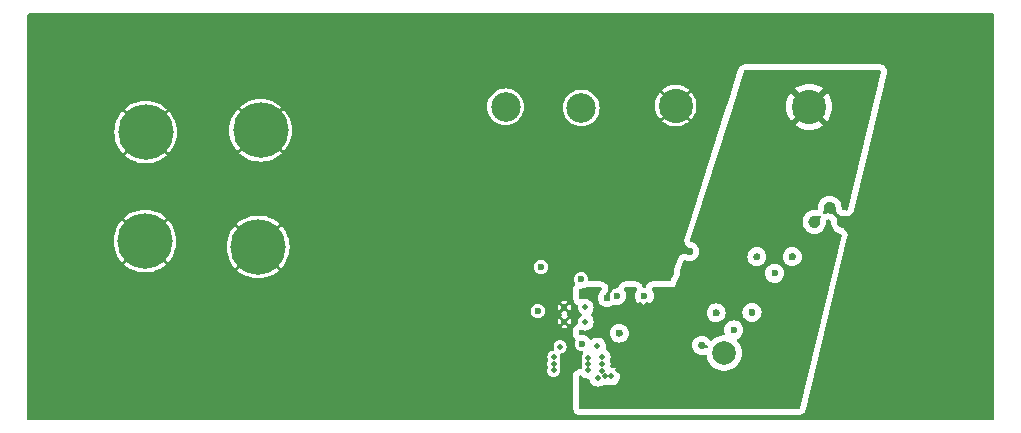
<source format=gbr>
%TF.GenerationSoftware,KiCad,Pcbnew,8.0.5*%
%TF.CreationDate,2024-10-10T12:36:06+02:00*%
%TF.ProjectId,MosTest_GanFet,4d6f7354-6573-4745-9f47-616e4665742e,rev?*%
%TF.SameCoordinates,Original*%
%TF.FileFunction,Copper,L3,Inr*%
%TF.FilePolarity,Positive*%
%FSLAX46Y46*%
G04 Gerber Fmt 4.6, Leading zero omitted, Abs format (unit mm)*
G04 Created by KiCad (PCBNEW 8.0.5) date 2024-10-10 12:36:06*
%MOMM*%
%LPD*%
G01*
G04 APERTURE LIST*
%TA.AperFunction,ComponentPad*%
%ADD10C,2.500000*%
%TD*%
%TA.AperFunction,ComponentPad*%
%ADD11C,2.900000*%
%TD*%
%TA.AperFunction,ComponentPad*%
%ADD12C,4.700000*%
%TD*%
%TA.AperFunction,ComponentPad*%
%ADD13C,0.500000*%
%TD*%
%TA.AperFunction,ViaPad*%
%ADD14C,0.600000*%
%TD*%
%TA.AperFunction,ViaPad*%
%ADD15C,0.500000*%
%TD*%
%TA.AperFunction,ViaPad*%
%ADD16C,1.000000*%
%TD*%
%TA.AperFunction,ViaPad*%
%ADD17C,2.000000*%
%TD*%
G04 APERTURE END LIST*
D10*
%TO.N,/EN1*%
%TO.C,EN1*%
X119000000Y-24400000D03*
%TD*%
D11*
%TO.N,GND*%
%TO.C,GND1*%
X133400000Y-24300000D03*
%TD*%
D12*
%TO.N,GND*%
%TO.C,H5*%
X88525000Y-26550000D03*
%TD*%
D11*
%TO.N,/VDD30*%
%TO.C,VDD30*%
X144700000Y-24400000D03*
%TD*%
D12*
%TO.N,GND*%
%TO.C,H6*%
X88470000Y-35780000D03*
%TD*%
%TO.N,GND*%
%TO.C,H8*%
X98250000Y-26400000D03*
%TD*%
D13*
%TO.N,GND*%
%TO.C,U1*%
X123962500Y-41400000D03*
X123962500Y-42600000D03*
%TO.N,/HS1*%
X125687500Y-41400000D03*
X125687500Y-42600000D03*
%TD*%
D12*
%TO.N,GND*%
%TO.C,H7*%
X98050000Y-36270000D03*
%TD*%
D10*
%TO.N,/VDD10*%
%TO.C,VDD10*%
X125400000Y-24500000D03*
%TD*%
D14*
%TO.N,GND*%
X140275000Y-37100000D03*
X132630000Y-36700000D03*
D15*
X121060000Y-45590000D03*
X121060000Y-46680000D03*
D14*
X120500000Y-40500000D03*
X126882804Y-38372438D03*
X143275000Y-37100000D03*
X130620000Y-38270000D03*
X123700000Y-38800000D03*
D15*
X121010000Y-47220000D03*
D16*
X146445000Y-32950000D03*
D14*
X132970000Y-38490000D03*
X117200000Y-42500000D03*
X139860000Y-41820000D03*
D15*
X121040000Y-46150000D03*
D16*
X147545000Y-34150000D03*
D14*
X123500000Y-35800000D03*
D15*
X121570000Y-47180000D03*
D14*
X120290000Y-39670000D03*
D15*
X122080000Y-47180000D03*
D16*
X145145000Y-34150000D03*
D14*
X127590000Y-40580000D03*
X117100000Y-44000000D03*
D16*
X150145000Y-34150000D03*
X152545000Y-34150000D03*
D14*
X120100000Y-42500000D03*
X135600000Y-44600000D03*
X124400000Y-38900000D03*
X124590000Y-44690000D03*
X134600000Y-36655000D03*
X130600000Y-36655000D03*
D16*
X151445000Y-32950000D03*
D14*
X128630000Y-43570000D03*
X136830000Y-41850000D03*
D15*
%TO.N,/Q2D*%
X123070000Y-46160000D03*
X123074000Y-46716000D03*
X123088000Y-45603000D03*
D14*
%TO.N,/BST1*%
X128410000Y-40390000D03*
X130745376Y-40400000D03*
%TO.N,/HS1*%
X125462500Y-44500000D03*
D17*
X137500000Y-45255000D03*
D15*
X127140000Y-46780000D03*
X127950000Y-47240000D03*
X127140000Y-46180000D03*
X125990000Y-45660000D03*
X127140000Y-45600000D03*
X125990000Y-46670000D03*
X125990000Y-46160000D03*
X126850000Y-47340000D03*
X127420000Y-47220000D03*
%TO.N,/VDD30*%
X130340000Y-41170000D03*
X131370000Y-44380000D03*
X133260000Y-41240000D03*
X128550000Y-46730000D03*
X133260000Y-44770000D03*
X133230000Y-44200000D03*
X128540000Y-45590000D03*
X132760000Y-44584000D03*
X132390000Y-41210000D03*
X134030000Y-41240000D03*
X131010000Y-41160000D03*
X134880000Y-41210000D03*
X131390000Y-44910000D03*
X128410000Y-46120000D03*
X130894000Y-44006000D03*
X132757000Y-43962000D03*
X130881000Y-44660000D03*
D14*
%TO.N,/VDD10*%
X121717477Y-41697053D03*
X125400000Y-39000000D03*
%TO.N,/PWM1*%
X122000000Y-37975000D03*
D15*
%TO.N,/LO1*%
X123614239Y-44730662D03*
D14*
%TO.N,/RL1*%
X141775000Y-38500000D03*
%TO.N,/Pre_Filter1*%
X138310000Y-43300000D03*
D15*
%TO.N,/HO1*%
X126750000Y-44700000D03*
%TD*%
%TA.AperFunction,Conductor*%
%TO.N,GND*%
G36*
X135652173Y-44309010D02*
G01*
X135679237Y-44315187D01*
X135715620Y-44327918D01*
X135740636Y-44339966D01*
X135773266Y-44360469D01*
X135794975Y-44377781D01*
X135822845Y-44405651D01*
X135838079Y-44424162D01*
X135852880Y-44446186D01*
X135861761Y-44458562D01*
X135880646Y-44483241D01*
X135986501Y-44580689D01*
X135986507Y-44580693D01*
X135986508Y-44580694D01*
X136012614Y-44598603D01*
X136044117Y-44620214D01*
X136059425Y-44627769D01*
X136110829Y-44675090D01*
X136128489Y-44742691D01*
X136106798Y-44809108D01*
X136052642Y-44853255D01*
X135993179Y-44862441D01*
X135891502Y-44853081D01*
X135821725Y-44856644D01*
X135820598Y-44856812D01*
X135818602Y-44857257D01*
X135680544Y-44884353D01*
X135680539Y-44884355D01*
X135679228Y-44884814D01*
X135676872Y-44885351D01*
X135676274Y-44885514D01*
X135676267Y-44885489D01*
X135652171Y-44890987D01*
X135613880Y-44895301D01*
X135586116Y-44895301D01*
X135547825Y-44890987D01*
X135520768Y-44884814D01*
X135519470Y-44884360D01*
X135519471Y-44884357D01*
X135519453Y-44884354D01*
X135484382Y-44872082D01*
X135459364Y-44860034D01*
X135426731Y-44839529D01*
X135405023Y-44822217D01*
X135377780Y-44794974D01*
X135360467Y-44773264D01*
X135347771Y-44753058D01*
X135347769Y-44753053D01*
X135339969Y-44740642D01*
X135327918Y-44715620D01*
X135315187Y-44679238D01*
X135309011Y-44652175D01*
X135304696Y-44613870D01*
X135304697Y-44586111D01*
X135309010Y-44547825D01*
X135315186Y-44520761D01*
X135327919Y-44484373D01*
X135339966Y-44459361D01*
X135360469Y-44426731D01*
X135377777Y-44405026D01*
X135405026Y-44377777D01*
X135426731Y-44360469D01*
X135459361Y-44339966D01*
X135484373Y-44327919D01*
X135520761Y-44315186D01*
X135547822Y-44309010D01*
X135586118Y-44304696D01*
X135613880Y-44304696D01*
X135652173Y-44309010D01*
G37*
%TD.AperFunction*%
%TA.AperFunction,Conductor*%
G36*
X128682173Y-43279010D02*
G01*
X128709237Y-43285187D01*
X128745620Y-43297918D01*
X128770636Y-43309966D01*
X128803266Y-43330469D01*
X128824975Y-43347781D01*
X128852219Y-43375025D01*
X128869532Y-43396735D01*
X128890032Y-43429361D01*
X128902080Y-43454379D01*
X128914809Y-43490758D01*
X128920987Y-43517828D01*
X128925301Y-43556117D01*
X128925301Y-43583883D01*
X128920987Y-43622172D01*
X128914809Y-43649241D01*
X128902082Y-43685615D01*
X128890033Y-43710636D01*
X128869529Y-43743267D01*
X128852217Y-43764975D01*
X128824975Y-43792217D01*
X128803266Y-43809529D01*
X128770636Y-43830032D01*
X128745618Y-43842081D01*
X128709243Y-43854809D01*
X128682172Y-43860987D01*
X128643882Y-43865301D01*
X128616116Y-43865301D01*
X128577826Y-43860987D01*
X128550766Y-43854812D01*
X128545829Y-43853085D01*
X128545817Y-43853076D01*
X128545816Y-43853081D01*
X128514376Y-43842079D01*
X128489361Y-43830032D01*
X128456732Y-43809530D01*
X128435023Y-43792217D01*
X128407780Y-43764974D01*
X128390469Y-43743268D01*
X128369963Y-43710634D01*
X128357917Y-43685619D01*
X128345189Y-43649243D01*
X128339011Y-43622175D01*
X128334696Y-43583870D01*
X128334697Y-43556111D01*
X128339010Y-43517829D01*
X128339011Y-43517828D01*
X128339010Y-43517825D01*
X128345188Y-43490758D01*
X128357919Y-43454373D01*
X128369966Y-43429361D01*
X128390469Y-43396731D01*
X128407779Y-43375025D01*
X128435026Y-43347777D01*
X128456731Y-43330469D01*
X128489361Y-43309966D01*
X128514373Y-43297919D01*
X128550761Y-43285186D01*
X128577822Y-43279010D01*
X128616118Y-43274696D01*
X128643880Y-43274696D01*
X128682173Y-43279010D01*
G37*
%TD.AperFunction*%
%TA.AperFunction,Conductor*%
G36*
X136882173Y-41559010D02*
G01*
X136909237Y-41565187D01*
X136945620Y-41577918D01*
X136970636Y-41589966D01*
X137003266Y-41610469D01*
X137024975Y-41627781D01*
X137052217Y-41655023D01*
X137069530Y-41676733D01*
X137090033Y-41709364D01*
X137102080Y-41734380D01*
X137114808Y-41770754D01*
X137120987Y-41797824D01*
X137123485Y-41819992D01*
X137123485Y-41819999D01*
X137123486Y-41819999D01*
X137125302Y-41836122D01*
X137125301Y-41863885D01*
X137120987Y-41902173D01*
X137114809Y-41929243D01*
X137102081Y-41965618D01*
X137090032Y-41990636D01*
X137069529Y-42023266D01*
X137052217Y-42044975D01*
X137024975Y-42072217D01*
X137003266Y-42089529D01*
X136970636Y-42110032D01*
X136945618Y-42122081D01*
X136909243Y-42134809D01*
X136882172Y-42140987D01*
X136843882Y-42145301D01*
X136816116Y-42145301D01*
X136777826Y-42140987D01*
X136750756Y-42134809D01*
X136716632Y-42122869D01*
X136716629Y-42122868D01*
X136714380Y-42122081D01*
X136689366Y-42110035D01*
X136672201Y-42099250D01*
X136672200Y-42099249D01*
X136656735Y-42089532D01*
X136635024Y-42072218D01*
X136607783Y-42044977D01*
X136590475Y-42023275D01*
X136569960Y-41990627D01*
X136557917Y-41965618D01*
X136545187Y-41929238D01*
X136539011Y-41902173D01*
X136534696Y-41863870D01*
X136534697Y-41836111D01*
X136534948Y-41833883D01*
X136539011Y-41797824D01*
X136545186Y-41770761D01*
X136557919Y-41734373D01*
X136569966Y-41709361D01*
X136590469Y-41676731D01*
X136607777Y-41655026D01*
X136635026Y-41627777D01*
X136656731Y-41610469D01*
X136689361Y-41589966D01*
X136714373Y-41577919D01*
X136750761Y-41565186D01*
X136777822Y-41559010D01*
X136816118Y-41554696D01*
X136843880Y-41554696D01*
X136882173Y-41559010D01*
G37*
%TD.AperFunction*%
%TA.AperFunction,Conductor*%
G36*
X139912173Y-41529010D02*
G01*
X139939239Y-41535188D01*
X139975620Y-41547918D01*
X140000630Y-41559961D01*
X140033272Y-41580472D01*
X140054975Y-41597781D01*
X140082216Y-41625022D01*
X140099528Y-41646730D01*
X140113483Y-41668939D01*
X140113485Y-41668942D01*
X140120034Y-41679365D01*
X140132080Y-41704379D01*
X140144808Y-41740752D01*
X140150987Y-41767826D01*
X140155301Y-41806118D01*
X140155301Y-41833883D01*
X140150987Y-41872172D01*
X140144809Y-41899243D01*
X140132081Y-41935618D01*
X140120032Y-41960636D01*
X140099529Y-41993266D01*
X140082217Y-42014975D01*
X140054975Y-42042217D01*
X140033266Y-42059529D01*
X140000636Y-42080032D01*
X139975618Y-42092081D01*
X139939243Y-42104809D01*
X139912172Y-42110987D01*
X139873882Y-42115301D01*
X139846116Y-42115301D01*
X139807826Y-42110987D01*
X139780755Y-42104809D01*
X139744380Y-42092081D01*
X139719362Y-42080032D01*
X139686732Y-42059529D01*
X139665023Y-42042217D01*
X139637781Y-42014975D01*
X139620473Y-41993273D01*
X139599961Y-41960630D01*
X139587919Y-41935624D01*
X139575187Y-41899238D01*
X139569011Y-41872175D01*
X139564696Y-41833870D01*
X139564697Y-41806111D01*
X139567195Y-41783940D01*
X139569010Y-41767825D01*
X139575186Y-41740761D01*
X139587919Y-41704373D01*
X139599966Y-41679361D01*
X139620469Y-41646731D01*
X139637777Y-41625026D01*
X139665026Y-41597777D01*
X139686731Y-41580469D01*
X139719361Y-41559966D01*
X139744373Y-41547919D01*
X139780761Y-41535186D01*
X139807822Y-41529010D01*
X139846118Y-41524696D01*
X139873880Y-41524696D01*
X139912173Y-41529010D01*
G37*
%TD.AperFunction*%
%TA.AperFunction,Conductor*%
G36*
X140327173Y-36809010D02*
G01*
X140354237Y-36815187D01*
X140390620Y-36827918D01*
X140415636Y-36839966D01*
X140448266Y-36860469D01*
X140469975Y-36877781D01*
X140497216Y-36905022D01*
X140514528Y-36926731D01*
X140535031Y-36959361D01*
X140547079Y-36984378D01*
X140559808Y-37020755D01*
X140565987Y-37047828D01*
X140570301Y-37086120D01*
X140570302Y-37113881D01*
X140568189Y-37132641D01*
X140568187Y-37132656D01*
X140565985Y-37152185D01*
X140559808Y-37179244D01*
X140547081Y-37215617D01*
X140535032Y-37240636D01*
X140514529Y-37273266D01*
X140497217Y-37294975D01*
X140469975Y-37322217D01*
X140448266Y-37339529D01*
X140415636Y-37360032D01*
X140390618Y-37372081D01*
X140354243Y-37384809D01*
X140327172Y-37390987D01*
X140288882Y-37395301D01*
X140261116Y-37395301D01*
X140222826Y-37390987D01*
X140195755Y-37384809D01*
X140159380Y-37372081D01*
X140134362Y-37360032D01*
X140101732Y-37339529D01*
X140080023Y-37322217D01*
X140052778Y-37294972D01*
X140035466Y-37273264D01*
X140014964Y-37240636D01*
X140002920Y-37215627D01*
X139990187Y-37179238D01*
X139984011Y-37152175D01*
X139979696Y-37113870D01*
X139979697Y-37086111D01*
X139984010Y-37047829D01*
X139984011Y-37047828D01*
X139984010Y-37047825D01*
X139990186Y-37020761D01*
X140002919Y-36984373D01*
X140014966Y-36959361D01*
X140035469Y-36926731D01*
X140052777Y-36905026D01*
X140080026Y-36877777D01*
X140101731Y-36860469D01*
X140134361Y-36839966D01*
X140159373Y-36827919D01*
X140195761Y-36815186D01*
X140222822Y-36809010D01*
X140261118Y-36804696D01*
X140288880Y-36804696D01*
X140327173Y-36809010D01*
G37*
%TD.AperFunction*%
%TA.AperFunction,Conductor*%
G36*
X143327173Y-36809010D02*
G01*
X143354237Y-36815187D01*
X143390620Y-36827918D01*
X143415636Y-36839966D01*
X143448266Y-36860469D01*
X143469975Y-36877781D01*
X143497216Y-36905022D01*
X143514528Y-36926731D01*
X143535031Y-36959361D01*
X143547080Y-36984379D01*
X143559809Y-37020757D01*
X143565987Y-37047827D01*
X143570301Y-37086114D01*
X143570302Y-37113874D01*
X143568189Y-37132638D01*
X143568187Y-37132656D01*
X143565985Y-37152185D01*
X143559808Y-37179244D01*
X143547081Y-37215617D01*
X143535032Y-37240636D01*
X143514529Y-37273266D01*
X143497217Y-37294975D01*
X143469975Y-37322217D01*
X143448266Y-37339529D01*
X143415636Y-37360032D01*
X143390618Y-37372081D01*
X143354243Y-37384809D01*
X143327172Y-37390987D01*
X143288882Y-37395301D01*
X143261116Y-37395301D01*
X143222826Y-37390987D01*
X143195755Y-37384809D01*
X143159380Y-37372081D01*
X143134362Y-37360032D01*
X143101732Y-37339529D01*
X143080023Y-37322217D01*
X143052778Y-37294972D01*
X143035466Y-37273264D01*
X143014964Y-37240636D01*
X143002920Y-37215627D01*
X142990187Y-37179238D01*
X142984011Y-37152175D01*
X142979696Y-37113870D01*
X142979697Y-37086111D01*
X142984010Y-37047829D01*
X142984011Y-37047828D01*
X142984010Y-37047825D01*
X142990186Y-37020761D01*
X143002919Y-36984373D01*
X143014966Y-36959361D01*
X143035469Y-36926731D01*
X143052777Y-36905026D01*
X143080026Y-36877777D01*
X143101731Y-36860469D01*
X143134361Y-36839966D01*
X143159373Y-36827919D01*
X143195761Y-36815186D01*
X143222822Y-36809010D01*
X143261118Y-36804696D01*
X143288880Y-36804696D01*
X143327173Y-36809010D01*
G37*
%TD.AperFunction*%
%TA.AperFunction,Conductor*%
G36*
X145673521Y-33646545D02*
G01*
X145708636Y-33706950D01*
X145705519Y-33776750D01*
X145705519Y-33776751D01*
X145659276Y-33911655D01*
X145647308Y-33974760D01*
X145646833Y-33976763D01*
X145646256Y-33980303D01*
X145646256Y-33980305D01*
X145640019Y-34120000D01*
X145639838Y-34124044D01*
X145639838Y-34124053D01*
X145641197Y-34137847D01*
X145641197Y-34162155D01*
X145634033Y-34234884D01*
X145629291Y-34258722D01*
X145608078Y-34328655D01*
X145598775Y-34351114D01*
X145564327Y-34415562D01*
X145550822Y-34435775D01*
X145504457Y-34492270D01*
X145487270Y-34509457D01*
X145430775Y-34555822D01*
X145410562Y-34569327D01*
X145346114Y-34603775D01*
X145323655Y-34613078D01*
X145253722Y-34634291D01*
X145229884Y-34639033D01*
X145157155Y-34646197D01*
X145132845Y-34646197D01*
X145060118Y-34639034D01*
X145036276Y-34634291D01*
X144966337Y-34613075D01*
X144943880Y-34603773D01*
X144879436Y-34569327D01*
X144859224Y-34555822D01*
X144802728Y-34509457D01*
X144785540Y-34492269D01*
X144739176Y-34435775D01*
X144725672Y-34415566D01*
X144705179Y-34377226D01*
X144691222Y-34351113D01*
X144681921Y-34328657D01*
X144660706Y-34258722D01*
X144655963Y-34234878D01*
X144648801Y-34162149D01*
X144648801Y-34137844D01*
X144655963Y-34065118D01*
X144660706Y-34041275D01*
X144679202Y-33980305D01*
X144681921Y-33971338D01*
X144691222Y-33948884D01*
X144707061Y-33919251D01*
X144725675Y-33884426D01*
X144739173Y-33864225D01*
X144785543Y-33807724D01*
X144802724Y-33790543D01*
X144859225Y-33744173D01*
X144879426Y-33730675D01*
X144943885Y-33696221D01*
X144966340Y-33686921D01*
X144973286Y-33684814D01*
X145036276Y-33665705D01*
X145060114Y-33660963D01*
X145132854Y-33653800D01*
X145157141Y-33653800D01*
X145261992Y-33664127D01*
X145275447Y-33665271D01*
X145282069Y-33665745D01*
X145295609Y-33666532D01*
X145438796Y-33652429D01*
X145506646Y-33635755D01*
X145541794Y-33621562D01*
X145611323Y-33614714D01*
X145673521Y-33646545D01*
G37*
%TD.AperFunction*%
%TA.AperFunction,Conductor*%
G36*
X160297539Y-16520185D02*
G01*
X160343294Y-16572989D01*
X160354500Y-16624500D01*
X160354500Y-50779500D01*
X160334815Y-50846539D01*
X160282011Y-50892294D01*
X160230500Y-50903500D01*
X78624500Y-50903500D01*
X78557461Y-50883815D01*
X78511706Y-50831011D01*
X78500500Y-50779500D01*
X78500500Y-46159999D01*
X122514750Y-46159999D01*
X122514750Y-46160000D01*
X122533669Y-46303706D01*
X122533669Y-46303708D01*
X122533670Y-46303709D01*
X122533670Y-46303710D01*
X122571639Y-46395375D01*
X122579107Y-46464845D01*
X122571639Y-46490278D01*
X122537670Y-46572289D01*
X122529244Y-46636291D01*
X122518750Y-46716000D01*
X122522686Y-46745900D01*
X122537670Y-46859708D01*
X122537671Y-46859712D01*
X122593137Y-46993622D01*
X122593138Y-46993624D01*
X122593139Y-46993625D01*
X122681379Y-47108621D01*
X122796375Y-47196861D01*
X122930291Y-47252330D01*
X123057280Y-47269048D01*
X123073999Y-47271250D01*
X123074000Y-47271250D01*
X123074001Y-47271250D01*
X123088977Y-47269278D01*
X123217709Y-47252330D01*
X123351625Y-47196861D01*
X123466621Y-47108621D01*
X123554861Y-46993625D01*
X123610330Y-46859709D01*
X123629250Y-46716000D01*
X123610330Y-46572291D01*
X123572359Y-46480621D01*
X123564891Y-46411153D01*
X123572356Y-46385729D01*
X123606330Y-46303709D01*
X123625250Y-46160000D01*
X123606330Y-46016291D01*
X123579152Y-45950678D01*
X123571684Y-45881212D01*
X123579150Y-45855783D01*
X123624330Y-45746709D01*
X123643250Y-45603000D01*
X123624330Y-45459291D01*
X123617547Y-45442915D01*
X123610078Y-45373446D01*
X123641353Y-45310967D01*
X123701442Y-45275315D01*
X123715913Y-45272526D01*
X123757948Y-45266992D01*
X123891864Y-45211523D01*
X124006860Y-45123283D01*
X124095100Y-45008287D01*
X124150569Y-44874371D01*
X124169489Y-44730662D01*
X124150569Y-44586953D01*
X124102620Y-44471192D01*
X124095101Y-44453039D01*
X124095100Y-44453038D01*
X124095100Y-44453037D01*
X124006860Y-44338041D01*
X123891864Y-44249801D01*
X123891863Y-44249800D01*
X123891861Y-44249799D01*
X123757951Y-44194333D01*
X123757949Y-44194332D01*
X123757948Y-44194332D01*
X123668191Y-44182515D01*
X123614240Y-44175412D01*
X123614238Y-44175412D01*
X123470530Y-44194332D01*
X123470526Y-44194333D01*
X123336616Y-44249799D01*
X123221618Y-44338041D01*
X123133376Y-44453039D01*
X123077910Y-44586949D01*
X123077909Y-44586953D01*
X123068719Y-44656760D01*
X123058989Y-44730662D01*
X123076021Y-44860034D01*
X123077909Y-44874370D01*
X123077910Y-44874374D01*
X123084692Y-44890748D01*
X123092159Y-44960217D01*
X123060883Y-45022696D01*
X123000793Y-45058347D01*
X122986317Y-45061137D01*
X122944291Y-45066670D01*
X122944287Y-45066671D01*
X122810377Y-45122137D01*
X122695379Y-45210379D01*
X122607137Y-45325377D01*
X122551671Y-45459287D01*
X122551670Y-45459291D01*
X122532750Y-45602999D01*
X122532750Y-45603000D01*
X122551669Y-45746707D01*
X122578847Y-45812321D01*
X122586314Y-45881790D01*
X122578846Y-45907224D01*
X122533671Y-46016287D01*
X122533670Y-46016291D01*
X122514750Y-46159999D01*
X78500500Y-46159999D01*
X78500500Y-43069014D01*
X123670260Y-43069014D01*
X123670260Y-43069015D01*
X123685131Y-43080426D01*
X123818917Y-43135841D01*
X123818921Y-43135842D01*
X123962499Y-43154746D01*
X123962501Y-43154746D01*
X124106078Y-43135842D01*
X124106079Y-43135842D01*
X124239874Y-43080422D01*
X124239880Y-43080419D01*
X124254738Y-43069017D01*
X124254738Y-43069015D01*
X123962501Y-42776777D01*
X123962500Y-42776777D01*
X123670260Y-43069014D01*
X78500500Y-43069014D01*
X78500500Y-42599999D01*
X123407754Y-42599999D01*
X123407754Y-42600000D01*
X123426657Y-42743578D01*
X123426658Y-42743582D01*
X123482075Y-42877373D01*
X123493482Y-42892238D01*
X123493483Y-42892238D01*
X123785723Y-42600000D01*
X123760859Y-42575136D01*
X123837500Y-42575136D01*
X123837500Y-42624864D01*
X123856530Y-42670807D01*
X123891693Y-42705970D01*
X123937636Y-42725000D01*
X123987364Y-42725000D01*
X124033307Y-42705970D01*
X124068470Y-42670807D01*
X124087500Y-42624864D01*
X124087500Y-42599999D01*
X124139277Y-42599999D01*
X124139277Y-42600000D01*
X124431515Y-42892238D01*
X124431517Y-42892238D01*
X124442919Y-42877380D01*
X124442922Y-42877374D01*
X124498342Y-42743579D01*
X124498342Y-42743578D01*
X124517246Y-42600000D01*
X124517246Y-42599999D01*
X124498342Y-42456421D01*
X124498341Y-42456417D01*
X124442926Y-42322631D01*
X124442926Y-42322630D01*
X124431515Y-42307760D01*
X124431514Y-42307760D01*
X124139277Y-42599999D01*
X124087500Y-42599999D01*
X124087500Y-42575136D01*
X124068470Y-42529193D01*
X124033307Y-42494030D01*
X123987364Y-42475000D01*
X123937636Y-42475000D01*
X123891693Y-42494030D01*
X123856530Y-42529193D01*
X123837500Y-42575136D01*
X123760859Y-42575136D01*
X123493482Y-42307759D01*
X123482080Y-42322621D01*
X123482075Y-42322629D01*
X123426657Y-42456420D01*
X123426657Y-42456421D01*
X123407754Y-42599999D01*
X78500500Y-42599999D01*
X78500500Y-41697051D01*
X121111795Y-41697051D01*
X121111795Y-41697054D01*
X121132432Y-41853813D01*
X121132433Y-41853815D01*
X121190195Y-41993266D01*
X121192941Y-41999894D01*
X121289195Y-42125335D01*
X121414636Y-42221589D01*
X121560715Y-42282097D01*
X121639096Y-42292416D01*
X121717476Y-42302735D01*
X121717477Y-42302735D01*
X121717478Y-42302735D01*
X121769731Y-42295855D01*
X121874239Y-42282097D01*
X122020318Y-42221589D01*
X122138400Y-42130982D01*
X123670259Y-42130982D01*
X123962500Y-42423223D01*
X123962501Y-42423223D01*
X124254738Y-42130983D01*
X124254738Y-42130982D01*
X124239873Y-42119575D01*
X124227762Y-42114559D01*
X124173360Y-42070717D01*
X124151296Y-42004423D01*
X124168576Y-41936724D01*
X124219714Y-41889114D01*
X124227769Y-41885436D01*
X124239876Y-41880421D01*
X124239880Y-41880419D01*
X124254738Y-41869017D01*
X124254738Y-41869015D01*
X123962501Y-41576777D01*
X123962500Y-41576777D01*
X123670260Y-41869014D01*
X123670260Y-41869015D01*
X123685128Y-41880424D01*
X123697233Y-41885438D01*
X123751637Y-41929279D01*
X123773702Y-41995573D01*
X123756423Y-42063272D01*
X123705287Y-42110883D01*
X123697237Y-42114560D01*
X123685129Y-42119575D01*
X123685121Y-42119580D01*
X123670259Y-42130982D01*
X122138400Y-42130982D01*
X122145759Y-42125335D01*
X122242013Y-41999894D01*
X122302521Y-41853815D01*
X122323159Y-41697053D01*
X122322387Y-41691192D01*
X122308082Y-41582532D01*
X122302521Y-41540291D01*
X122244410Y-41399999D01*
X123407754Y-41399999D01*
X123407754Y-41400000D01*
X123426657Y-41543578D01*
X123426658Y-41543582D01*
X123482075Y-41677373D01*
X123493482Y-41692238D01*
X123493483Y-41692238D01*
X123785723Y-41400000D01*
X123760859Y-41375136D01*
X123837500Y-41375136D01*
X123837500Y-41424864D01*
X123856530Y-41470807D01*
X123891693Y-41505970D01*
X123937636Y-41525000D01*
X123987364Y-41525000D01*
X124033307Y-41505970D01*
X124068470Y-41470807D01*
X124087500Y-41424864D01*
X124087500Y-41399999D01*
X124139277Y-41399999D01*
X124139277Y-41400000D01*
X124431515Y-41692238D01*
X124431517Y-41692238D01*
X124442919Y-41677380D01*
X124442922Y-41677374D01*
X124498342Y-41543579D01*
X124498342Y-41543578D01*
X124517246Y-41400000D01*
X124517246Y-41399999D01*
X124498342Y-41256421D01*
X124498341Y-41256417D01*
X124442926Y-41122631D01*
X124442926Y-41122630D01*
X124431515Y-41107760D01*
X124431514Y-41107760D01*
X124139277Y-41399999D01*
X124087500Y-41399999D01*
X124087500Y-41375136D01*
X124068470Y-41329193D01*
X124033307Y-41294030D01*
X123987364Y-41275000D01*
X123937636Y-41275000D01*
X123891693Y-41294030D01*
X123856530Y-41329193D01*
X123837500Y-41375136D01*
X123760859Y-41375136D01*
X123493482Y-41107759D01*
X123482080Y-41122621D01*
X123482075Y-41122629D01*
X123426657Y-41256420D01*
X123426657Y-41256421D01*
X123407754Y-41399999D01*
X122244410Y-41399999D01*
X122242013Y-41394212D01*
X122145759Y-41268771D01*
X122020318Y-41172517D01*
X122013039Y-41169502D01*
X121874239Y-41112009D01*
X121874237Y-41112008D01*
X121717478Y-41091371D01*
X121717476Y-41091371D01*
X121560716Y-41112008D01*
X121560714Y-41112009D01*
X121414637Y-41172516D01*
X121289195Y-41268771D01*
X121192940Y-41394213D01*
X121132433Y-41540290D01*
X121132432Y-41540292D01*
X121111795Y-41697051D01*
X78500500Y-41697051D01*
X78500500Y-40930982D01*
X123670259Y-40930982D01*
X123962500Y-41223223D01*
X123962501Y-41223223D01*
X124254738Y-40930983D01*
X124254738Y-40930982D01*
X124239872Y-40919575D01*
X124239873Y-40919575D01*
X124106082Y-40864158D01*
X124106078Y-40864157D01*
X123962501Y-40845254D01*
X123962499Y-40845254D01*
X123818921Y-40864157D01*
X123818920Y-40864157D01*
X123685129Y-40919575D01*
X123685121Y-40919580D01*
X123670259Y-40930982D01*
X78500500Y-40930982D01*
X78500500Y-39921786D01*
X124694500Y-39921786D01*
X124694500Y-40600702D01*
X124696699Y-40646056D01*
X124696872Y-40649617D01*
X124699190Y-40673469D01*
X124706284Y-40721937D01*
X124706284Y-40721938D01*
X124750209Y-40847467D01*
X124753805Y-40857744D01*
X124786032Y-40919737D01*
X124792956Y-40933057D01*
X124800792Y-40940315D01*
X124869890Y-41036654D01*
X124983289Y-41125210D01*
X125043917Y-41159939D01*
X125043920Y-41159940D01*
X125068042Y-41169502D01*
X125123110Y-41212504D01*
X125146188Y-41278453D01*
X125145288Y-41300961D01*
X125132250Y-41399997D01*
X125132250Y-41400000D01*
X125146201Y-41505970D01*
X125151170Y-41543708D01*
X125151171Y-41543712D01*
X125206637Y-41677622D01*
X125206638Y-41677624D01*
X125206639Y-41677625D01*
X125294879Y-41792621D01*
X125409875Y-41880861D01*
X125420928Y-41885439D01*
X125475331Y-41929281D01*
X125497395Y-41995575D01*
X125480115Y-42063274D01*
X125428978Y-42110884D01*
X125420933Y-42114558D01*
X125419141Y-42115301D01*
X125409875Y-42119139D01*
X125294879Y-42207379D01*
X125206637Y-42322377D01*
X125151171Y-42456287D01*
X125151170Y-42456291D01*
X125132250Y-42599999D01*
X125132250Y-42600000D01*
X125144530Y-42693274D01*
X125133765Y-42762310D01*
X125087385Y-42814566D01*
X125070231Y-42822277D01*
X125070562Y-42823001D01*
X125062492Y-42826686D01*
X124941462Y-42904468D01*
X124941451Y-42904476D01*
X124888659Y-42950220D01*
X124794433Y-43058961D01*
X124794430Y-43058965D01*
X124734664Y-43189831D01*
X124714976Y-43256879D01*
X124694500Y-43399298D01*
X124694500Y-43585260D01*
X124712852Y-43720225D01*
X124712854Y-43720232D01*
X124730536Y-43784048D01*
X124742433Y-43811767D01*
X124784261Y-43909218D01*
X124784266Y-43909226D01*
X124875116Y-44020795D01*
X124875120Y-44020799D01*
X124909815Y-44052772D01*
X124945774Y-44112678D01*
X124943637Y-44182515D01*
X124940345Y-44191409D01*
X124877457Y-44343234D01*
X124877455Y-44343239D01*
X124856818Y-44499998D01*
X124856818Y-44500001D01*
X124877455Y-44656760D01*
X124877456Y-44656762D01*
X124937964Y-44802841D01*
X125034218Y-44928282D01*
X125159659Y-45024536D01*
X125305738Y-45085044D01*
X125384119Y-45095363D01*
X125462499Y-45105682D01*
X125470006Y-45105682D01*
X125537045Y-45125367D01*
X125582800Y-45178171D01*
X125592744Y-45247329D01*
X125568382Y-45305168D01*
X125509139Y-45382374D01*
X125509138Y-45382376D01*
X125453671Y-45516287D01*
X125453670Y-45516291D01*
X125434750Y-45659999D01*
X125434750Y-45660000D01*
X125453670Y-45803710D01*
X125478041Y-45862549D01*
X125485508Y-45932019D01*
X125478041Y-45957451D01*
X125453670Y-46016289D01*
X125434750Y-46159999D01*
X125434750Y-46160000D01*
X125453670Y-46303710D01*
X125480112Y-46367549D01*
X125487579Y-46437019D01*
X125480112Y-46462450D01*
X125450561Y-46533798D01*
X125449240Y-46533250D01*
X125417441Y-46585403D01*
X125354589Y-46615922D01*
X125334047Y-46617636D01*
X125269707Y-46617636D01*
X125243718Y-46621373D01*
X125200545Y-46627581D01*
X125200540Y-46627582D01*
X125200536Y-46627583D01*
X125062498Y-46668115D01*
X125062492Y-46668118D01*
X124941462Y-46745900D01*
X124941451Y-46745908D01*
X124888659Y-46791652D01*
X124794433Y-46900393D01*
X124794430Y-46900397D01*
X124734664Y-47031263D01*
X124714976Y-47098311D01*
X124694500Y-47240730D01*
X124694500Y-49876065D01*
X124706021Y-49983368D01*
X124706025Y-49983397D01*
X124717198Y-50034825D01*
X124717201Y-50034836D01*
X124751246Y-50137263D01*
X124751248Y-50137266D01*
X124828961Y-50258333D01*
X124828967Y-50258341D01*
X124828969Y-50258344D01*
X124874696Y-50311173D01*
X124874699Y-50311176D01*
X124983386Y-50405455D01*
X125114233Y-50465294D01*
X125181262Y-50485014D01*
X125181264Y-50485014D01*
X125181270Y-50485016D01*
X125304169Y-50502752D01*
X125323664Y-50505566D01*
X143811914Y-50515447D01*
X143811914Y-50515446D01*
X143811918Y-50515447D01*
X143831237Y-50514522D01*
X143860719Y-50513112D01*
X143884553Y-50510813D01*
X143932909Y-50503775D01*
X144068759Y-50456382D01*
X144130782Y-50424213D01*
X144130785Y-50424211D01*
X144247780Y-50340463D01*
X144336441Y-50227145D01*
X144371226Y-50166550D01*
X144424369Y-50032848D01*
X144436237Y-49983397D01*
X147935039Y-35404208D01*
X147935040Y-35404199D01*
X147935042Y-35404193D01*
X147948998Y-35287073D01*
X147949094Y-35229603D01*
X147935531Y-35112444D01*
X147919990Y-35072961D01*
X147882835Y-34978562D01*
X147848253Y-34917852D01*
X147848251Y-34917849D01*
X147759974Y-34804240D01*
X147759973Y-34804239D01*
X147643262Y-34720100D01*
X147643261Y-34720099D01*
X147643259Y-34720098D01*
X147609273Y-34702325D01*
X147565672Y-34679525D01*
X147560313Y-34679621D01*
X147540607Y-34672371D01*
X147540334Y-34672243D01*
X147501444Y-34654061D01*
X147501439Y-34654059D01*
X147501438Y-34654059D01*
X147495438Y-34652238D01*
X147495090Y-34652134D01*
X147366340Y-34613077D01*
X147343888Y-34603777D01*
X147279433Y-34569325D01*
X147259224Y-34555822D01*
X147202728Y-34509457D01*
X147185540Y-34492269D01*
X147139176Y-34435775D01*
X147125672Y-34415566D01*
X147105179Y-34377226D01*
X147091222Y-34351113D01*
X147081921Y-34328657D01*
X147060706Y-34258722D01*
X147055963Y-34234878D01*
X147048801Y-34162149D01*
X147048801Y-34142712D01*
X147048791Y-34142711D01*
X147048679Y-34142713D01*
X147048678Y-34142706D01*
X147048501Y-34142699D01*
X147048649Y-34139385D01*
X147048164Y-34085105D01*
X147047684Y-34031323D01*
X147041581Y-33978962D01*
X147017667Y-33873572D01*
X146952117Y-33745490D01*
X146951187Y-33744176D01*
X146911759Y-33688457D01*
X146812785Y-33584035D01*
X146688398Y-33511725D01*
X146628198Y-33487415D01*
X146626204Y-33486516D01*
X146623603Y-33485559D01*
X146483884Y-33451224D01*
X146483876Y-33451223D01*
X146365193Y-33439534D01*
X146327984Y-33435870D01*
X146319372Y-33435138D01*
X146314431Y-33434718D01*
X146307902Y-33434252D01*
X146294383Y-33433466D01*
X146151198Y-33447570D01*
X146083345Y-33464246D01*
X146083340Y-33464247D01*
X146048208Y-33478434D01*
X145978675Y-33485282D01*
X145916477Y-33453451D01*
X145881363Y-33393046D01*
X145884479Y-33323249D01*
X145930723Y-33188342D01*
X145939036Y-33144512D01*
X145943741Y-33119703D01*
X145943741Y-33119700D01*
X145943742Y-33119696D01*
X145950161Y-32975961D01*
X145948801Y-32962148D01*
X145948801Y-32937843D01*
X145955963Y-32865118D01*
X145960706Y-32841275D01*
X145981921Y-32771340D01*
X145991222Y-32748884D01*
X145991224Y-32748880D01*
X146025675Y-32684426D01*
X146039175Y-32664224D01*
X146085543Y-32607724D01*
X146102724Y-32590543D01*
X146159225Y-32544173D01*
X146179426Y-32530675D01*
X146243885Y-32496221D01*
X146266340Y-32486921D01*
X146336276Y-32465705D01*
X146360114Y-32460963D01*
X146432855Y-32453800D01*
X146457143Y-32453800D01*
X146529881Y-32460963D01*
X146553722Y-32465706D01*
X146623657Y-32486921D01*
X146646113Y-32496222D01*
X146672226Y-32510179D01*
X146710566Y-32530672D01*
X146730775Y-32544176D01*
X146787269Y-32590540D01*
X146804457Y-32607728D01*
X146850822Y-32664224D01*
X146864327Y-32684436D01*
X146898773Y-32748880D01*
X146908075Y-32771337D01*
X146929291Y-32841276D01*
X146934034Y-32865118D01*
X146941197Y-32937845D01*
X146941199Y-32957276D01*
X146941498Y-32957290D01*
X146941349Y-32960611D01*
X146942315Y-33068681D01*
X146942315Y-33068689D01*
X146948416Y-33121031D01*
X146948417Y-33121035D01*
X146969487Y-33213888D01*
X146972332Y-33226427D01*
X147037882Y-33354509D01*
X147078241Y-33411543D01*
X147155080Y-33492611D01*
X147177217Y-33515966D01*
X147301606Y-33588277D01*
X147361801Y-33612583D01*
X147363791Y-33613481D01*
X147366394Y-33614438D01*
X147506117Y-33648775D01*
X147629864Y-33660963D01*
X147629885Y-33660965D01*
X147653720Y-33665705D01*
X147665829Y-33669379D01*
X147786881Y-33690493D01*
X147846645Y-33693534D01*
X147969224Y-33684814D01*
X148105074Y-33637421D01*
X148167097Y-33605252D01*
X148167100Y-33605250D01*
X148284095Y-33521502D01*
X148372756Y-33408184D01*
X148407541Y-33347589D01*
X148460684Y-33213887D01*
X148466815Y-33188342D01*
X149477311Y-28977696D01*
X151254840Y-21570901D01*
X151259776Y-21548011D01*
X151261938Y-21536721D01*
X151265814Y-21513583D01*
X151265813Y-21369703D01*
X151255869Y-21300545D01*
X151215334Y-21162496D01*
X151137546Y-21041457D01*
X151137541Y-21041451D01*
X151091797Y-20988659D01*
X151091793Y-20988656D01*
X151091791Y-20988653D01*
X150983057Y-20894433D01*
X150983054Y-20894431D01*
X150983052Y-20894430D01*
X150852186Y-20834664D01*
X150852181Y-20834662D01*
X150852180Y-20834662D01*
X150785141Y-20814977D01*
X150785143Y-20814977D01*
X150785138Y-20814976D01*
X150737665Y-20808150D01*
X150642721Y-20794500D01*
X139290813Y-20794500D01*
X139260044Y-20795437D01*
X139260029Y-20795437D01*
X139260026Y-20795438D01*
X139244989Y-20796355D01*
X139244986Y-20796355D01*
X139244974Y-20796356D01*
X139214309Y-20799166D01*
X139214306Y-20799166D01*
X139214303Y-20799167D01*
X139075443Y-20836797D01*
X139075440Y-20836798D01*
X139075437Y-20836799D01*
X139023375Y-20859267D01*
X139011289Y-20864484D01*
X138888652Y-20939710D01*
X138888650Y-20939712D01*
X138792167Y-21046447D01*
X138753167Y-21104420D01*
X138753166Y-21104421D01*
X138753164Y-21104427D01*
X138690663Y-21234023D01*
X137872027Y-23820167D01*
X137736774Y-24247444D01*
X137688484Y-24399997D01*
X137688484Y-24399998D01*
X134319501Y-35042917D01*
X134318919Y-35044707D01*
X134152972Y-35542548D01*
X134147886Y-35558703D01*
X134145547Y-35566591D01*
X134141038Y-35582782D01*
X134124929Y-35725747D01*
X134124929Y-35725752D01*
X134127065Y-35795589D01*
X134127370Y-35797790D01*
X134127832Y-35799963D01*
X134151889Y-35937315D01*
X134215635Y-36066303D01*
X134215640Y-36066312D01*
X134255189Y-36123898D01*
X134255190Y-36123899D01*
X134255191Y-36123900D01*
X134352693Y-36229702D01*
X134352695Y-36229703D01*
X134352694Y-36229703D01*
X134419826Y-36269999D01*
X134476056Y-36303751D01*
X134540469Y-36330818D01*
X134540470Y-36330818D01*
X134540998Y-36331040D01*
X134543842Y-36331697D01*
X134638520Y-36356377D01*
X134648196Y-36359325D01*
X134715619Y-36382917D01*
X134740635Y-36394965D01*
X134773266Y-36415468D01*
X134794974Y-36432780D01*
X134822217Y-36460023D01*
X134839529Y-36481732D01*
X134860032Y-36514362D01*
X134872081Y-36539380D01*
X134884809Y-36575755D01*
X134890987Y-36602826D01*
X134895301Y-36641116D01*
X134895301Y-36668881D01*
X134890987Y-36707173D01*
X134884808Y-36734246D01*
X134872081Y-36770617D01*
X134860035Y-36795632D01*
X134839533Y-36828262D01*
X134822219Y-36849973D01*
X134794975Y-36877217D01*
X134773266Y-36894529D01*
X134740636Y-36915032D01*
X134715618Y-36927081D01*
X134679243Y-36939809D01*
X134652172Y-36945987D01*
X134613882Y-36950301D01*
X134586116Y-36950301D01*
X134547827Y-36945987D01*
X134520756Y-36939809D01*
X134470500Y-36922224D01*
X134456706Y-36916186D01*
X134453531Y-36914823D01*
X134317035Y-36869325D01*
X134252307Y-36857616D01*
X134250152Y-36857152D01*
X134248281Y-36856887D01*
X134104497Y-36851687D01*
X134104495Y-36851687D01*
X133965074Y-36887205D01*
X133965062Y-36887209D01*
X133900506Y-36913915D01*
X133818406Y-36962578D01*
X133776737Y-36987276D01*
X133678646Y-37092536D01*
X133673461Y-37099996D01*
X133673458Y-37100001D01*
X133640045Y-37148076D01*
X133639068Y-37149428D01*
X133638770Y-37149910D01*
X133574309Y-37278541D01*
X133574308Y-37278544D01*
X133286401Y-38142264D01*
X133263231Y-38249256D01*
X133257649Y-38302335D01*
X133257648Y-38302355D01*
X133258055Y-38411804D01*
X133265301Y-38476111D01*
X133265301Y-38503877D01*
X133260986Y-38542175D01*
X133254808Y-38569246D01*
X133242081Y-38605618D01*
X133230033Y-38630635D01*
X133209533Y-38663261D01*
X133192220Y-38684971D01*
X133167221Y-38709969D01*
X133167216Y-38709974D01*
X133094654Y-38801660D01*
X133094648Y-38801668D01*
X133064698Y-38850129D01*
X133064695Y-38850136D01*
X133015151Y-38956014D01*
X133015145Y-38956028D01*
X132963918Y-39109712D01*
X132924044Y-39167087D01*
X132859480Y-39193795D01*
X132846281Y-39194500D01*
X131474990Y-39194500D01*
X131342521Y-39212166D01*
X131279802Y-39229197D01*
X131279798Y-39229198D01*
X131156589Y-39280961D01*
X131156587Y-39280962D01*
X131156586Y-39280963D01*
X131044088Y-39370662D01*
X131044086Y-39370663D01*
X131044086Y-39370664D01*
X130996216Y-39421548D01*
X130996213Y-39421551D01*
X130996213Y-39421552D01*
X130913548Y-39539303D01*
X130913547Y-39539305D01*
X130913546Y-39539307D01*
X130867401Y-39675577D01*
X130867399Y-39675586D01*
X130866886Y-39678350D01*
X130866460Y-39679189D01*
X130866284Y-39679865D01*
X130866137Y-39679826D01*
X130835281Y-39740663D01*
X130775004Y-39775998D01*
X130705193Y-39773135D01*
X130648013Y-39732984D01*
X130625997Y-39690624D01*
X130621301Y-39674630D01*
X130588375Y-39562496D01*
X130510587Y-39441457D01*
X130498026Y-39426961D01*
X130464838Y-39388659D01*
X130464834Y-39388656D01*
X130464832Y-39388653D01*
X130356098Y-39294433D01*
X130356095Y-39294431D01*
X130356093Y-39294430D01*
X130225227Y-39234664D01*
X130225222Y-39234662D01*
X130225221Y-39234662D01*
X130162337Y-39216197D01*
X130158179Y-39214976D01*
X130092339Y-39205510D01*
X130015762Y-39194500D01*
X129146213Y-39194500D01*
X129124195Y-39196810D01*
X129041286Y-39205509D01*
X128990927Y-39216195D01*
X128990918Y-39216197D01*
X128890557Y-39248751D01*
X128768733Y-39325301D01*
X128715470Y-39370511D01*
X128715461Y-39370519D01*
X128620142Y-39478283D01*
X128620140Y-39478286D01*
X128559040Y-39608546D01*
X128559037Y-39608553D01*
X128538901Y-39674630D01*
X128538677Y-39675348D01*
X128538082Y-39679211D01*
X128536123Y-39683387D01*
X128535745Y-39684575D01*
X128535589Y-39684525D01*
X128508413Y-39742469D01*
X128449254Y-39779644D01*
X128415530Y-39784318D01*
X128409999Y-39784318D01*
X128253239Y-39804955D01*
X128253237Y-39804956D01*
X128107160Y-39865463D01*
X128033757Y-39921787D01*
X127981718Y-39961718D01*
X127912720Y-40051639D01*
X127885462Y-40087162D01*
X127885057Y-40088140D01*
X127884494Y-40088838D01*
X127881401Y-40094196D01*
X127880564Y-40093713D01*
X127841211Y-40142539D01*
X127824542Y-40148085D01*
X127828175Y-40153738D01*
X127828175Y-40223608D01*
X127825517Y-40231143D01*
X127824955Y-40233239D01*
X127804318Y-40389998D01*
X127804318Y-40390001D01*
X127824955Y-40546760D01*
X127824957Y-40546765D01*
X127861796Y-40635704D01*
X127869265Y-40705174D01*
X127837989Y-40767653D01*
X127813207Y-40788150D01*
X127730636Y-40840033D01*
X127705618Y-40852081D01*
X127669243Y-40864809D01*
X127642172Y-40870987D01*
X127603882Y-40875301D01*
X127576116Y-40875301D01*
X127537826Y-40870987D01*
X127510755Y-40864809D01*
X127474380Y-40852081D01*
X127449362Y-40840032D01*
X127416732Y-40819529D01*
X127395023Y-40802217D01*
X127367782Y-40774976D01*
X127350467Y-40753264D01*
X127338234Y-40733794D01*
X127338230Y-40733790D01*
X127333809Y-40726755D01*
X127329967Y-40720640D01*
X127317919Y-40695622D01*
X127305190Y-40659245D01*
X127299011Y-40632175D01*
X127294696Y-40593870D01*
X127294697Y-40566111D01*
X127296877Y-40546762D01*
X127299010Y-40527825D01*
X127305186Y-40500761D01*
X127317919Y-40464373D01*
X127329966Y-40439361D01*
X127350469Y-40406731D01*
X127367777Y-40385026D01*
X127404265Y-40348538D01*
X127418390Y-40336393D01*
X127450541Y-40312709D01*
X127478282Y-40288918D01*
X127531235Y-40236235D01*
X127604884Y-40121632D01*
X127656186Y-40077179D01*
X127647212Y-40027411D01*
X127651521Y-40005750D01*
X127678583Y-39913583D01*
X127678582Y-39769703D01*
X127668638Y-39700545D01*
X127628103Y-39562496D01*
X127550315Y-39441457D01*
X127537754Y-39426961D01*
X127504566Y-39388659D01*
X127504562Y-39388656D01*
X127504560Y-39388653D01*
X127395826Y-39294433D01*
X127395823Y-39294431D01*
X127395821Y-39294430D01*
X127264955Y-39234664D01*
X127264950Y-39234662D01*
X127264949Y-39234662D01*
X127202065Y-39216197D01*
X127197907Y-39214976D01*
X127132067Y-39205510D01*
X127055490Y-39194500D01*
X127055488Y-39194500D01*
X126121470Y-39194500D01*
X126054431Y-39174815D01*
X126008676Y-39122011D01*
X125998531Y-39054314D01*
X126005682Y-38999999D01*
X126005682Y-38999998D01*
X125985044Y-38843239D01*
X125985044Y-38843238D01*
X125924536Y-38697159D01*
X125828282Y-38571718D01*
X125702841Y-38475464D01*
X125604773Y-38434843D01*
X125556762Y-38414956D01*
X125556760Y-38414955D01*
X125400001Y-38394318D01*
X125399999Y-38394318D01*
X125243239Y-38414955D01*
X125243237Y-38414956D01*
X125097160Y-38475463D01*
X124971718Y-38571718D01*
X124875463Y-38697160D01*
X124814956Y-38843237D01*
X124814955Y-38843239D01*
X124794318Y-38999998D01*
X124794318Y-39000001D01*
X124814955Y-39156760D01*
X124814956Y-39156762D01*
X124875464Y-39302842D01*
X124889214Y-39320761D01*
X124914408Y-39385930D01*
X124900369Y-39454375D01*
X124884550Y-39477450D01*
X124794435Y-39581446D01*
X124794430Y-39581454D01*
X124734664Y-39712320D01*
X124714976Y-39779368D01*
X124710808Y-39808357D01*
X124694500Y-39921786D01*
X78500500Y-39921786D01*
X78500500Y-35780000D01*
X85815156Y-35780000D01*
X85834512Y-36100000D01*
X85892303Y-36415354D01*
X85987671Y-36721402D01*
X85987675Y-36721413D01*
X86119250Y-37013763D01*
X86119251Y-37013765D01*
X86285105Y-37288122D01*
X86482820Y-37540485D01*
X86507778Y-37565443D01*
X86861331Y-37211890D01*
X87038108Y-37388667D01*
X86684555Y-37742220D01*
X86684555Y-37742222D01*
X86709509Y-37767176D01*
X86961877Y-37964894D01*
X87236234Y-38130748D01*
X87236236Y-38130749D01*
X87528586Y-38262324D01*
X87528597Y-38262328D01*
X87834645Y-38357696D01*
X88149999Y-38415487D01*
X88470000Y-38434843D01*
X88790000Y-38415487D01*
X89105354Y-38357696D01*
X89411402Y-38262328D01*
X89411413Y-38262324D01*
X89703763Y-38130749D01*
X89703765Y-38130748D01*
X89978122Y-37964894D01*
X90230481Y-37767183D01*
X90255443Y-37742220D01*
X89901891Y-37388668D01*
X90078668Y-37211891D01*
X90432220Y-37565443D01*
X90457183Y-37540481D01*
X90654894Y-37288122D01*
X90820748Y-37013765D01*
X90820749Y-37013763D01*
X90952324Y-36721413D01*
X90952328Y-36721402D01*
X91047696Y-36415354D01*
X91074333Y-36270000D01*
X95395156Y-36270000D01*
X95414512Y-36590000D01*
X95472303Y-36905354D01*
X95567671Y-37211402D01*
X95567675Y-37211413D01*
X95699250Y-37503763D01*
X95699251Y-37503765D01*
X95865105Y-37778122D01*
X96062820Y-38030485D01*
X96087778Y-38055443D01*
X96441331Y-37701890D01*
X96618108Y-37878667D01*
X96264555Y-38232220D01*
X96264555Y-38232222D01*
X96289509Y-38257176D01*
X96541877Y-38454894D01*
X96816234Y-38620748D01*
X96816236Y-38620749D01*
X97108586Y-38752324D01*
X97108597Y-38752328D01*
X97414645Y-38847696D01*
X97729999Y-38905487D01*
X98050000Y-38924843D01*
X98370000Y-38905487D01*
X98685354Y-38847696D01*
X98991402Y-38752328D01*
X98991413Y-38752324D01*
X99283763Y-38620749D01*
X99283765Y-38620748D01*
X99558122Y-38454894D01*
X99810481Y-38257183D01*
X99835443Y-38232220D01*
X99481891Y-37878668D01*
X99658668Y-37701891D01*
X100012220Y-38055443D01*
X100037183Y-38030481D01*
X100080651Y-37974998D01*
X121394318Y-37974998D01*
X121394318Y-37975001D01*
X121414955Y-38131760D01*
X121414956Y-38131762D01*
X121469036Y-38262324D01*
X121475464Y-38277841D01*
X121571718Y-38403282D01*
X121697159Y-38499536D01*
X121843238Y-38560044D01*
X121921619Y-38570363D01*
X121999999Y-38580682D01*
X122000000Y-38580682D01*
X122000001Y-38580682D01*
X122052254Y-38573802D01*
X122156762Y-38560044D01*
X122302841Y-38499536D01*
X122428282Y-38403282D01*
X122524536Y-38277841D01*
X122585044Y-38131762D01*
X122605682Y-37975000D01*
X122585044Y-37818238D01*
X122524536Y-37672159D01*
X122428282Y-37546718D01*
X122302841Y-37450464D01*
X122156762Y-37389956D01*
X122156760Y-37389955D01*
X122000001Y-37369318D01*
X121999999Y-37369318D01*
X121843239Y-37389955D01*
X121843237Y-37389956D01*
X121697160Y-37450463D01*
X121571718Y-37546718D01*
X121475463Y-37672160D01*
X121414956Y-37818237D01*
X121414955Y-37818239D01*
X121394318Y-37974998D01*
X100080651Y-37974998D01*
X100234894Y-37778122D01*
X100400748Y-37503765D01*
X100400749Y-37503763D01*
X100532324Y-37211413D01*
X100532328Y-37211402D01*
X100627696Y-36905354D01*
X100685487Y-36590000D01*
X100704843Y-36270000D01*
X100685487Y-35949999D01*
X100627696Y-35634645D01*
X100532328Y-35328597D01*
X100532324Y-35328586D01*
X100400749Y-35036236D01*
X100400748Y-35036234D01*
X100234894Y-34761877D01*
X100037179Y-34509514D01*
X100012221Y-34484555D01*
X100012220Y-34484555D01*
X99658667Y-34838108D01*
X99481891Y-34661332D01*
X99835444Y-34307779D01*
X99835444Y-34307777D01*
X99810490Y-34282823D01*
X99558122Y-34085105D01*
X99283765Y-33919251D01*
X99283763Y-33919250D01*
X98991413Y-33787675D01*
X98991402Y-33787671D01*
X98685354Y-33692303D01*
X98370000Y-33634512D01*
X98050000Y-33615156D01*
X97729999Y-33634512D01*
X97414645Y-33692303D01*
X97108597Y-33787671D01*
X97108586Y-33787675D01*
X96816236Y-33919250D01*
X96816234Y-33919251D01*
X96541877Y-34085105D01*
X96289514Y-34282820D01*
X96264555Y-34307779D01*
X96618108Y-34661332D01*
X96441332Y-34838108D01*
X96087779Y-34484555D01*
X96062820Y-34509514D01*
X95865105Y-34761877D01*
X95699251Y-35036234D01*
X95699250Y-35036236D01*
X95567675Y-35328586D01*
X95567671Y-35328597D01*
X95472303Y-35634645D01*
X95414512Y-35949999D01*
X95395156Y-36270000D01*
X91074333Y-36270000D01*
X91105487Y-36100000D01*
X91124843Y-35780000D01*
X91105487Y-35459999D01*
X91047696Y-35144645D01*
X90952328Y-34838597D01*
X90952324Y-34838586D01*
X90820749Y-34546236D01*
X90820748Y-34546234D01*
X90654894Y-34271877D01*
X90457179Y-34019514D01*
X90432221Y-33994555D01*
X90432220Y-33994555D01*
X90078667Y-34348108D01*
X89901891Y-34171332D01*
X90255444Y-33817779D01*
X90255444Y-33817777D01*
X90230490Y-33792823D01*
X89978122Y-33595105D01*
X89703765Y-33429251D01*
X89703763Y-33429250D01*
X89411413Y-33297675D01*
X89411402Y-33297671D01*
X89105354Y-33202303D01*
X88790000Y-33144512D01*
X88470000Y-33125156D01*
X88149999Y-33144512D01*
X87834645Y-33202303D01*
X87528597Y-33297671D01*
X87528586Y-33297675D01*
X87236236Y-33429250D01*
X87236234Y-33429251D01*
X86961877Y-33595105D01*
X86709514Y-33792820D01*
X86684555Y-33817779D01*
X87038108Y-34171332D01*
X86861332Y-34348108D01*
X86507779Y-33994555D01*
X86482820Y-34019514D01*
X86285105Y-34271877D01*
X86119251Y-34546234D01*
X86119250Y-34546236D01*
X85987675Y-34838586D01*
X85987671Y-34838597D01*
X85892303Y-35144645D01*
X85834512Y-35459999D01*
X85815156Y-35780000D01*
X78500500Y-35780000D01*
X78500500Y-26550000D01*
X85870156Y-26550000D01*
X85889512Y-26870000D01*
X85947303Y-27185354D01*
X86042671Y-27491402D01*
X86042675Y-27491413D01*
X86174250Y-27783763D01*
X86174251Y-27783765D01*
X86340105Y-28058122D01*
X86537820Y-28310485D01*
X86562778Y-28335443D01*
X86916331Y-27981890D01*
X87093108Y-28158667D01*
X86739555Y-28512220D01*
X86764514Y-28537179D01*
X87016877Y-28734894D01*
X87291234Y-28900748D01*
X87291236Y-28900749D01*
X87583586Y-29032324D01*
X87583597Y-29032328D01*
X87889645Y-29127696D01*
X88204999Y-29185487D01*
X88525000Y-29204843D01*
X88845000Y-29185487D01*
X89160354Y-29127696D01*
X89466402Y-29032328D01*
X89466413Y-29032324D01*
X89758763Y-28900749D01*
X89758765Y-28900748D01*
X90033122Y-28734894D01*
X90285481Y-28537183D01*
X90310443Y-28512220D01*
X89956891Y-28158668D01*
X90133668Y-27981891D01*
X90487220Y-28335443D01*
X90512183Y-28310481D01*
X90709894Y-28058122D01*
X90875748Y-27783765D01*
X90875749Y-27783763D01*
X91007324Y-27491413D01*
X91007328Y-27491402D01*
X91102696Y-27185354D01*
X91160487Y-26870000D01*
X91179843Y-26550000D01*
X91170770Y-26400000D01*
X95595156Y-26400000D01*
X95614512Y-26720000D01*
X95672303Y-27035354D01*
X95767671Y-27341402D01*
X95767675Y-27341413D01*
X95899250Y-27633763D01*
X95899251Y-27633765D01*
X96065105Y-27908122D01*
X96262820Y-28160485D01*
X96287778Y-28185443D01*
X96641331Y-27831890D01*
X96818108Y-28008667D01*
X96464555Y-28362220D01*
X96464555Y-28362222D01*
X96489509Y-28387176D01*
X96741877Y-28584894D01*
X97016234Y-28750748D01*
X97016236Y-28750749D01*
X97308586Y-28882324D01*
X97308597Y-28882328D01*
X97614645Y-28977696D01*
X97929999Y-29035487D01*
X98250000Y-29054843D01*
X98570000Y-29035487D01*
X98885354Y-28977696D01*
X99191402Y-28882328D01*
X99191413Y-28882324D01*
X99483763Y-28750749D01*
X99483765Y-28750748D01*
X99758122Y-28584894D01*
X100010481Y-28387183D01*
X100035443Y-28362220D01*
X99681891Y-28008668D01*
X99858668Y-27831891D01*
X100212220Y-28185443D01*
X100237183Y-28160481D01*
X100434894Y-27908122D01*
X100600748Y-27633765D01*
X100600749Y-27633763D01*
X100732324Y-27341413D01*
X100732328Y-27341402D01*
X100827696Y-27035354D01*
X100885487Y-26720000D01*
X100904843Y-26400000D01*
X100885487Y-26079999D01*
X100827696Y-25764645D01*
X100732328Y-25458597D01*
X100732324Y-25458586D01*
X100600749Y-25166236D01*
X100600748Y-25166234D01*
X100434894Y-24891877D01*
X100237179Y-24639514D01*
X100212221Y-24614555D01*
X100212220Y-24614555D01*
X99858667Y-24968108D01*
X99681890Y-24791331D01*
X100035444Y-24437778D01*
X100010485Y-24412820D01*
X99994118Y-24399997D01*
X117444706Y-24399997D01*
X117463853Y-24643297D01*
X117463853Y-24643300D01*
X117463854Y-24643302D01*
X117487862Y-24743302D01*
X117520830Y-24880619D01*
X117614222Y-25106089D01*
X117741737Y-25314173D01*
X117741738Y-25314176D01*
X117774864Y-25352961D01*
X117900241Y-25499759D01*
X118017325Y-25599758D01*
X118085823Y-25658261D01*
X118085826Y-25658262D01*
X118293910Y-25785777D01*
X118519381Y-25879169D01*
X118519378Y-25879169D01*
X118519384Y-25879170D01*
X118519388Y-25879172D01*
X118756698Y-25936146D01*
X119000000Y-25955294D01*
X119243302Y-25936146D01*
X119480612Y-25879172D01*
X119706089Y-25785777D01*
X119914179Y-25658259D01*
X120099759Y-25499759D01*
X120258259Y-25314179D01*
X120385777Y-25106089D01*
X120479172Y-24880612D01*
X120536146Y-24643302D01*
X120547424Y-24500000D01*
X123844706Y-24500000D01*
X123863853Y-24743297D01*
X123863853Y-24743300D01*
X123863854Y-24743302D01*
X123914713Y-24955143D01*
X123920830Y-24980619D01*
X124014222Y-25206089D01*
X124141737Y-25414173D01*
X124141738Y-25414176D01*
X124169806Y-25447039D01*
X124300241Y-25599759D01*
X124443897Y-25722453D01*
X124485823Y-25758261D01*
X124485826Y-25758262D01*
X124693910Y-25885777D01*
X124919381Y-25979169D01*
X124919378Y-25979169D01*
X124919384Y-25979170D01*
X124919388Y-25979172D01*
X125156698Y-26036146D01*
X125400000Y-26055294D01*
X125643302Y-26036146D01*
X125880612Y-25979172D01*
X126106089Y-25885777D01*
X126314179Y-25758259D01*
X126499759Y-25599759D01*
X126658259Y-25414179D01*
X126785777Y-25206089D01*
X126879172Y-24980612D01*
X126936146Y-24743302D01*
X126955294Y-24500000D01*
X126939553Y-24299995D01*
X131645093Y-24299995D01*
X131645093Y-24300004D01*
X131664692Y-24561545D01*
X131664693Y-24561550D01*
X131723058Y-24817270D01*
X131818883Y-25061426D01*
X131818882Y-25061426D01*
X131950030Y-25288577D01*
X132076302Y-25446919D01*
X132076303Y-25446919D01*
X132430709Y-25092512D01*
X132446554Y-25114320D01*
X132585680Y-25253446D01*
X132607486Y-25269289D01*
X132253392Y-25623383D01*
X132305835Y-25672043D01*
X132522546Y-25819793D01*
X132522550Y-25819795D01*
X132758854Y-25933594D01*
X132758858Y-25933595D01*
X133009494Y-26010907D01*
X133009500Y-26010909D01*
X133268848Y-26049999D01*
X133268857Y-26050000D01*
X133531143Y-26050000D01*
X133531151Y-26049999D01*
X133790499Y-26010909D01*
X133790505Y-26010907D01*
X134041143Y-25933595D01*
X134277445Y-25819798D01*
X134277454Y-25819793D01*
X134494168Y-25672041D01*
X134546607Y-25623384D01*
X134192512Y-25269289D01*
X134214320Y-25253446D01*
X134353446Y-25114320D01*
X134369289Y-25092512D01*
X134723696Y-25446919D01*
X134849971Y-25288573D01*
X134981116Y-25061426D01*
X135076941Y-24817270D01*
X135135306Y-24561550D01*
X135135307Y-24561545D01*
X135154907Y-24300004D01*
X135154907Y-24299995D01*
X135135307Y-24038454D01*
X135135306Y-24038449D01*
X135076941Y-23782729D01*
X134981116Y-23538573D01*
X134981117Y-23538573D01*
X134849969Y-23311422D01*
X134723696Y-23153079D01*
X134369289Y-23507486D01*
X134353446Y-23485680D01*
X134214320Y-23346554D01*
X134192512Y-23330709D01*
X134546607Y-22976615D01*
X134494164Y-22927956D01*
X134277454Y-22780206D01*
X134277445Y-22780201D01*
X134041142Y-22666404D01*
X134041144Y-22666404D01*
X133790505Y-22589092D01*
X133790499Y-22589090D01*
X133531151Y-22550000D01*
X133268848Y-22550000D01*
X133009500Y-22589090D01*
X133009494Y-22589092D01*
X132758858Y-22666404D01*
X132758854Y-22666405D01*
X132522550Y-22780204D01*
X132522546Y-22780206D01*
X132305835Y-22927956D01*
X132253391Y-22976615D01*
X132607486Y-23330710D01*
X132585680Y-23346554D01*
X132446554Y-23485680D01*
X132430710Y-23507487D01*
X132076302Y-23153079D01*
X131950027Y-23311426D01*
X131818883Y-23538573D01*
X131723058Y-23782729D01*
X131664693Y-24038449D01*
X131664692Y-24038454D01*
X131645093Y-24299995D01*
X126939553Y-24299995D01*
X126936146Y-24256698D01*
X126879172Y-24019388D01*
X126879169Y-24019380D01*
X126785777Y-23793910D01*
X126658262Y-23585826D01*
X126658261Y-23585823D01*
X126572855Y-23485826D01*
X126499759Y-23400241D01*
X126377063Y-23295449D01*
X126314176Y-23241738D01*
X126314173Y-23241737D01*
X126106089Y-23114222D01*
X125880618Y-23020830D01*
X125880621Y-23020830D01*
X125774992Y-22995470D01*
X125643302Y-22963854D01*
X125643300Y-22963853D01*
X125643297Y-22963853D01*
X125400000Y-22944706D01*
X125156702Y-22963853D01*
X125156698Y-22963854D01*
X124946900Y-23014223D01*
X124919380Y-23020830D01*
X124693910Y-23114222D01*
X124485826Y-23241737D01*
X124485823Y-23241738D01*
X124300241Y-23400241D01*
X124141738Y-23585823D01*
X124141737Y-23585826D01*
X124014222Y-23793910D01*
X123920830Y-24019380D01*
X123863853Y-24256702D01*
X123844706Y-24500000D01*
X120547424Y-24500000D01*
X120555294Y-24400000D01*
X120555166Y-24398377D01*
X120543288Y-24247444D01*
X120536146Y-24156698D01*
X120479172Y-23919388D01*
X120479169Y-23919380D01*
X120385777Y-23693910D01*
X120258262Y-23485826D01*
X120258261Y-23485823D01*
X120185167Y-23400241D01*
X120099759Y-23300241D01*
X119977063Y-23195449D01*
X119914176Y-23141738D01*
X119914173Y-23141737D01*
X119706089Y-23014222D01*
X119480618Y-22920830D01*
X119480621Y-22920830D01*
X119374992Y-22895470D01*
X119243302Y-22863854D01*
X119243300Y-22863853D01*
X119243297Y-22863853D01*
X119000000Y-22844706D01*
X118756702Y-22863853D01*
X118519380Y-22920830D01*
X118293910Y-23014222D01*
X118085826Y-23141737D01*
X118085823Y-23141738D01*
X117900241Y-23300241D01*
X117741738Y-23485823D01*
X117741737Y-23485826D01*
X117614222Y-23693910D01*
X117520830Y-23919380D01*
X117463853Y-24156702D01*
X117444706Y-24399997D01*
X99994118Y-24399997D01*
X99758122Y-24215105D01*
X99483765Y-24049251D01*
X99483763Y-24049250D01*
X99191413Y-23917675D01*
X99191402Y-23917671D01*
X98885354Y-23822303D01*
X98570000Y-23764512D01*
X98250000Y-23745156D01*
X97929999Y-23764512D01*
X97614645Y-23822303D01*
X97308597Y-23917671D01*
X97308586Y-23917675D01*
X97016236Y-24049250D01*
X97016234Y-24049251D01*
X96741877Y-24215105D01*
X96489514Y-24412820D01*
X96464555Y-24437779D01*
X96818108Y-24791332D01*
X96641332Y-24968108D01*
X96287779Y-24614555D01*
X96262820Y-24639514D01*
X96065105Y-24891877D01*
X95899251Y-25166234D01*
X95899250Y-25166236D01*
X95767675Y-25458586D01*
X95767671Y-25458597D01*
X95672303Y-25764645D01*
X95614512Y-26079999D01*
X95595156Y-26400000D01*
X91170770Y-26400000D01*
X91160487Y-26229999D01*
X91102696Y-25914645D01*
X91007328Y-25608597D01*
X91007324Y-25608586D01*
X90875749Y-25316236D01*
X90875748Y-25316234D01*
X90709894Y-25041877D01*
X90512179Y-24789514D01*
X90487221Y-24764555D01*
X90487220Y-24764555D01*
X90133667Y-25118108D01*
X89956891Y-24941332D01*
X90310444Y-24587779D01*
X90310444Y-24587777D01*
X90285490Y-24562823D01*
X90033122Y-24365105D01*
X89758765Y-24199251D01*
X89758763Y-24199250D01*
X89466413Y-24067675D01*
X89466402Y-24067671D01*
X89160354Y-23972303D01*
X88845000Y-23914512D01*
X88525000Y-23895156D01*
X88204999Y-23914512D01*
X87889645Y-23972303D01*
X87583597Y-24067671D01*
X87583586Y-24067675D01*
X87291236Y-24199250D01*
X87291234Y-24199251D01*
X87016877Y-24365105D01*
X86764514Y-24562820D01*
X86739555Y-24587779D01*
X87093108Y-24941332D01*
X86916332Y-25118108D01*
X86562779Y-24764555D01*
X86537820Y-24789514D01*
X86340105Y-25041877D01*
X86174251Y-25316234D01*
X86174250Y-25316236D01*
X86042675Y-25608586D01*
X86042671Y-25608597D01*
X85947303Y-25914645D01*
X85889512Y-26229999D01*
X85870156Y-26550000D01*
X78500500Y-26550000D01*
X78500500Y-16624500D01*
X78520185Y-16557461D01*
X78572989Y-16511706D01*
X78624500Y-16500500D01*
X160230500Y-16500500D01*
X160297539Y-16520185D01*
G37*
%TD.AperFunction*%
%TD*%
%TA.AperFunction,Conductor*%
%TO.N,/VDD30*%
G36*
X150709760Y-21319685D02*
G01*
X150755515Y-21372489D01*
X150765459Y-21441647D01*
X150763297Y-21452937D01*
X147969141Y-33095923D01*
X147934356Y-33156518D01*
X147872333Y-33188687D01*
X147812569Y-33185646D01*
X147741133Y-33163976D01*
X147555665Y-33145709D01*
X147490878Y-33119548D01*
X147450519Y-33062514D01*
X147444416Y-33010154D01*
X147450341Y-32950000D01*
X147431024Y-32753868D01*
X147373814Y-32565273D01*
X147373811Y-32565269D01*
X147373811Y-32565266D01*
X147280913Y-32391467D01*
X147280909Y-32391460D01*
X147155883Y-32239116D01*
X147003539Y-32114090D01*
X147003532Y-32114086D01*
X146829733Y-32021188D01*
X146829727Y-32021186D01*
X146641132Y-31963976D01*
X146641129Y-31963975D01*
X146445000Y-31944659D01*
X146248870Y-31963975D01*
X146060266Y-32021188D01*
X145886467Y-32114086D01*
X145886460Y-32114090D01*
X145734116Y-32239116D01*
X145609090Y-32391460D01*
X145609086Y-32391467D01*
X145516188Y-32565266D01*
X145458975Y-32753870D01*
X145439659Y-32950000D01*
X145447095Y-33025505D01*
X145434076Y-33094151D01*
X145386010Y-33144861D01*
X145318160Y-33161535D01*
X145311538Y-33161061D01*
X145145000Y-33144659D01*
X144948870Y-33163975D01*
X144760266Y-33221188D01*
X144586467Y-33314086D01*
X144586460Y-33314090D01*
X144434116Y-33439116D01*
X144309090Y-33591460D01*
X144309086Y-33591467D01*
X144216188Y-33765266D01*
X144158975Y-33953870D01*
X144139659Y-34150000D01*
X144158975Y-34346129D01*
X144216188Y-34534733D01*
X144309086Y-34708532D01*
X144309090Y-34708539D01*
X144434116Y-34860883D01*
X144586460Y-34985909D01*
X144586467Y-34985913D01*
X144760266Y-35078811D01*
X144760269Y-35078811D01*
X144760273Y-35078814D01*
X144948868Y-35136024D01*
X145145000Y-35155341D01*
X145341132Y-35136024D01*
X145529727Y-35078814D01*
X145703538Y-34985910D01*
X145855883Y-34860883D01*
X145980910Y-34708538D01*
X146073814Y-34534727D01*
X146131024Y-34346132D01*
X146150341Y-34150000D01*
X146142904Y-34074493D01*
X146155923Y-34005850D01*
X146203987Y-33955139D01*
X146271838Y-33938464D01*
X146278438Y-33938936D01*
X146434335Y-33954290D01*
X146499121Y-33980451D01*
X146539480Y-34037485D01*
X146545583Y-34089846D01*
X146539659Y-34149998D01*
X146539659Y-34149999D01*
X146558975Y-34346129D01*
X146616188Y-34534733D01*
X146709086Y-34708532D01*
X146709090Y-34708539D01*
X146834116Y-34860883D01*
X146986460Y-34985909D01*
X146986467Y-34985913D01*
X147160266Y-35078811D01*
X147160269Y-35078811D01*
X147160273Y-35078814D01*
X147348868Y-35136024D01*
X147348870Y-35136024D01*
X147354698Y-35137792D01*
X147354212Y-35139391D01*
X147409013Y-35168048D01*
X147443595Y-35228759D01*
X147443499Y-35286229D01*
X143932826Y-49914884D01*
X143898041Y-49975479D01*
X143836018Y-50007648D01*
X143812184Y-50009947D01*
X125323934Y-50000066D01*
X125256905Y-49980346D01*
X125211178Y-49927517D01*
X125200000Y-49876066D01*
X125200000Y-47240729D01*
X125219685Y-47173690D01*
X125272489Y-47127935D01*
X125341647Y-47117991D01*
X125405203Y-47147016D01*
X125411681Y-47153048D01*
X125519109Y-47260476D01*
X125519115Y-47260481D01*
X125662302Y-47350452D01*
X125662305Y-47350454D01*
X125662309Y-47350455D01*
X125662310Y-47350456D01*
X125734913Y-47375860D01*
X125821943Y-47406314D01*
X125989997Y-47425249D01*
X125996728Y-47425249D01*
X126063767Y-47444934D01*
X126109522Y-47497738D01*
X126113770Y-47508295D01*
X126169544Y-47667691D01*
X126169547Y-47667697D01*
X126259518Y-47810884D01*
X126259523Y-47810890D01*
X126379109Y-47930476D01*
X126379115Y-47930481D01*
X126522302Y-48020452D01*
X126522305Y-48020454D01*
X126522309Y-48020455D01*
X126522310Y-48020456D01*
X126594913Y-48045860D01*
X126681943Y-48076314D01*
X126849997Y-48095249D01*
X126850000Y-48095249D01*
X126850003Y-48095249D01*
X126950835Y-48083887D01*
X127018059Y-48076313D01*
X127177690Y-48020456D01*
X127238801Y-47982056D01*
X127306037Y-47963056D01*
X127318653Y-47963829D01*
X127366164Y-47969183D01*
X127419998Y-47975249D01*
X127420000Y-47975249D01*
X127420003Y-47975249D01*
X127588055Y-47956314D01*
X127588057Y-47956313D01*
X127588059Y-47956313D01*
X127615465Y-47946722D01*
X127685243Y-47943160D01*
X127697375Y-47946723D01*
X127781939Y-47976313D01*
X127949997Y-47995249D01*
X127950000Y-47995249D01*
X127950003Y-47995249D01*
X128118056Y-47976314D01*
X128121100Y-47975249D01*
X128277690Y-47920456D01*
X128277692Y-47920454D01*
X128277694Y-47920454D01*
X128277697Y-47920452D01*
X128420884Y-47830481D01*
X128420885Y-47830480D01*
X128420890Y-47830477D01*
X128540477Y-47710890D01*
X128630452Y-47567697D01*
X128630454Y-47567694D01*
X128630454Y-47567692D01*
X128630456Y-47567690D01*
X128686313Y-47408059D01*
X128686313Y-47408058D01*
X128686314Y-47408056D01*
X128705249Y-47240002D01*
X128705249Y-47239997D01*
X128686314Y-47071943D01*
X128630454Y-46912305D01*
X128630452Y-46912302D01*
X128540481Y-46769115D01*
X128540476Y-46769109D01*
X128420890Y-46649523D01*
X128420884Y-46649518D01*
X128277697Y-46559547D01*
X128277694Y-46559545D01*
X128118056Y-46503685D01*
X127985248Y-46488722D01*
X127920834Y-46461655D01*
X127881279Y-46404061D01*
X127875912Y-46351618D01*
X127895249Y-46180002D01*
X127895249Y-46179997D01*
X127876314Y-46011946D01*
X127876313Y-46011944D01*
X127876313Y-46011941D01*
X127847973Y-45930952D01*
X127844413Y-45861176D01*
X127847974Y-45849046D01*
X127876313Y-45768059D01*
X127879038Y-45743881D01*
X127895249Y-45600002D01*
X127895249Y-45599997D01*
X127876314Y-45431943D01*
X127820454Y-45272305D01*
X127820452Y-45272302D01*
X127730481Y-45129115D01*
X127730476Y-45129109D01*
X127610890Y-45009523D01*
X127610884Y-45009518D01*
X127545636Y-44968520D01*
X127499345Y-44916186D01*
X127488388Y-44849643D01*
X127505249Y-44700002D01*
X127505249Y-44699997D01*
X127493982Y-44599996D01*
X134794435Y-44599996D01*
X134794435Y-44600003D01*
X134814630Y-44779249D01*
X134814631Y-44779254D01*
X134874211Y-44949523D01*
X134910439Y-45007179D01*
X134970184Y-45102262D01*
X135097738Y-45229816D01*
X135250478Y-45325789D01*
X135352500Y-45361488D01*
X135420745Y-45385368D01*
X135420750Y-45385369D01*
X135599996Y-45405565D01*
X135600000Y-45405565D01*
X135600004Y-45405565D01*
X135779249Y-45385369D01*
X135779250Y-45385368D01*
X135779255Y-45385368D01*
X135847500Y-45361487D01*
X135917276Y-45357925D01*
X135977904Y-45392653D01*
X136010132Y-45454646D01*
X136012030Y-45468289D01*
X136014890Y-45502812D01*
X136014892Y-45502824D01*
X136075936Y-45743881D01*
X136175826Y-45971606D01*
X136311833Y-46179782D01*
X136311836Y-46179785D01*
X136480256Y-46362738D01*
X136676491Y-46515474D01*
X136895190Y-46633828D01*
X137130386Y-46714571D01*
X137375665Y-46755500D01*
X137624335Y-46755500D01*
X137869614Y-46714571D01*
X138104810Y-46633828D01*
X138323509Y-46515474D01*
X138519744Y-46362738D01*
X138688164Y-46179785D01*
X138824173Y-45971607D01*
X138924063Y-45743881D01*
X138985108Y-45502821D01*
X138985109Y-45502812D01*
X139005643Y-45255005D01*
X139005643Y-45254994D01*
X138985109Y-45007187D01*
X138985107Y-45007175D01*
X138924063Y-44766118D01*
X138824173Y-44538393D01*
X138688166Y-44330217D01*
X138656472Y-44295788D01*
X138596939Y-44231118D01*
X138566018Y-44168466D01*
X138573878Y-44099039D01*
X138618025Y-44044884D01*
X138647218Y-44030095D01*
X138659519Y-44025790D01*
X138659518Y-44025790D01*
X138659522Y-44025789D01*
X138812262Y-43929816D01*
X138939816Y-43802262D01*
X139035789Y-43649522D01*
X139095368Y-43479255D01*
X139109340Y-43355249D01*
X139115565Y-43300003D01*
X139115565Y-43299996D01*
X139095369Y-43120750D01*
X139095368Y-43120745D01*
X139035788Y-42950476D01*
X138939815Y-42797737D01*
X138812262Y-42670184D01*
X138659523Y-42574211D01*
X138489254Y-42514631D01*
X138489249Y-42514630D01*
X138310004Y-42494435D01*
X138309996Y-42494435D01*
X138130750Y-42514630D01*
X138130745Y-42514631D01*
X137960476Y-42574211D01*
X137807737Y-42670184D01*
X137680184Y-42797737D01*
X137584211Y-42950476D01*
X137524631Y-43120745D01*
X137524630Y-43120750D01*
X137504435Y-43299996D01*
X137504435Y-43300003D01*
X137524630Y-43479249D01*
X137524632Y-43479257D01*
X137563224Y-43589546D01*
X137566785Y-43659324D01*
X137532056Y-43719952D01*
X137470063Y-43752179D01*
X137446182Y-43754500D01*
X137375665Y-43754500D01*
X137130383Y-43795429D01*
X136895197Y-43876169D01*
X136895188Y-43876172D01*
X136676493Y-43994524D01*
X136480256Y-44147261D01*
X136459801Y-44169482D01*
X136399913Y-44205472D01*
X136330075Y-44203371D01*
X136272459Y-44163846D01*
X136263578Y-44151470D01*
X136229815Y-44097737D01*
X136102262Y-43970184D01*
X135949523Y-43874211D01*
X135779254Y-43814631D01*
X135779249Y-43814630D01*
X135600004Y-43794435D01*
X135599996Y-43794435D01*
X135420750Y-43814630D01*
X135420745Y-43814631D01*
X135250476Y-43874211D01*
X135097737Y-43970184D01*
X134970184Y-44097737D01*
X134874211Y-44250476D01*
X134814631Y-44420745D01*
X134814630Y-44420750D01*
X134794435Y-44599996D01*
X127493982Y-44599996D01*
X127486314Y-44531943D01*
X127430454Y-44372305D01*
X127430452Y-44372302D01*
X127340481Y-44229115D01*
X127340476Y-44229109D01*
X127220890Y-44109523D01*
X127220884Y-44109518D01*
X127077697Y-44019547D01*
X127077694Y-44019545D01*
X126918056Y-43963685D01*
X126750003Y-43944751D01*
X126749997Y-43944751D01*
X126581943Y-43963685D01*
X126422307Y-44019545D01*
X126300540Y-44096057D01*
X126233303Y-44115057D01*
X126166468Y-44094689D01*
X126129574Y-44057034D01*
X126092318Y-43997740D01*
X125964762Y-43870184D01*
X125812023Y-43774211D01*
X125641754Y-43714631D01*
X125641749Y-43714630D01*
X125462504Y-43694435D01*
X125462496Y-43694435D01*
X125337883Y-43708475D01*
X125269061Y-43696420D01*
X125217682Y-43649071D01*
X125200000Y-43585255D01*
X125200000Y-43569996D01*
X127824435Y-43569996D01*
X127824435Y-43570003D01*
X127844630Y-43749249D01*
X127844631Y-43749254D01*
X127904211Y-43919523D01*
X127973689Y-44030095D01*
X128000184Y-44072262D01*
X128127738Y-44199816D01*
X128280478Y-44295789D01*
X128378862Y-44330215D01*
X128450745Y-44355368D01*
X128450750Y-44355369D01*
X128629996Y-44375565D01*
X128630000Y-44375565D01*
X128630004Y-44375565D01*
X128809249Y-44355369D01*
X128809252Y-44355368D01*
X128809255Y-44355368D01*
X128979522Y-44295789D01*
X129132262Y-44199816D01*
X129259816Y-44072262D01*
X129355789Y-43919522D01*
X129415368Y-43749255D01*
X129419269Y-43714631D01*
X129435565Y-43570003D01*
X129435565Y-43569996D01*
X129415369Y-43390750D01*
X129415368Y-43390745D01*
X129396321Y-43336313D01*
X129355789Y-43220478D01*
X129336937Y-43190476D01*
X129293126Y-43120750D01*
X129259816Y-43067738D01*
X129132262Y-42940184D01*
X129112378Y-42927690D01*
X128979523Y-42844211D01*
X128809254Y-42784631D01*
X128809249Y-42784630D01*
X128630004Y-42764435D01*
X128629996Y-42764435D01*
X128450750Y-42784630D01*
X128450745Y-42784631D01*
X128280476Y-42844211D01*
X128127737Y-42940184D01*
X128000184Y-43067737D01*
X127904211Y-43220476D01*
X127844631Y-43390745D01*
X127844630Y-43390750D01*
X127824435Y-43569996D01*
X125200000Y-43569996D01*
X125200000Y-43399297D01*
X125219685Y-43332258D01*
X125272489Y-43286503D01*
X125341647Y-43276559D01*
X125364952Y-43282255D01*
X125411696Y-43298611D01*
X125519439Y-43336313D01*
X125687497Y-43355249D01*
X125687500Y-43355249D01*
X125687503Y-43355249D01*
X125855556Y-43336314D01*
X125855559Y-43336313D01*
X126015190Y-43280456D01*
X126015192Y-43280454D01*
X126015194Y-43280454D01*
X126015197Y-43280452D01*
X126158384Y-43190481D01*
X126158385Y-43190480D01*
X126158390Y-43190477D01*
X126277977Y-43070890D01*
X126279958Y-43067737D01*
X126367952Y-42927697D01*
X126367954Y-42927694D01*
X126367954Y-42927692D01*
X126367956Y-42927690D01*
X126423813Y-42768059D01*
X126423813Y-42768058D01*
X126423814Y-42768056D01*
X126442749Y-42600002D01*
X126442749Y-42599997D01*
X126423814Y-42431943D01*
X126367954Y-42272305D01*
X126367952Y-42272302D01*
X126277981Y-42129115D01*
X126277976Y-42129109D01*
X126236548Y-42087681D01*
X126203063Y-42026358D01*
X126208047Y-41956666D01*
X126236548Y-41912319D01*
X126277977Y-41870890D01*
X126291106Y-41849996D01*
X136024435Y-41849996D01*
X136024435Y-41850003D01*
X136044630Y-42029249D01*
X136044631Y-42029254D01*
X136104211Y-42199523D01*
X136181334Y-42322262D01*
X136200184Y-42352262D01*
X136327738Y-42479816D01*
X136418080Y-42536582D01*
X136477966Y-42574211D01*
X136480478Y-42575789D01*
X136549675Y-42600002D01*
X136650745Y-42635368D01*
X136650750Y-42635369D01*
X136829996Y-42655565D01*
X136830000Y-42655565D01*
X136830004Y-42655565D01*
X137009249Y-42635369D01*
X137009252Y-42635368D01*
X137009255Y-42635368D01*
X137179522Y-42575789D01*
X137332262Y-42479816D01*
X137459816Y-42352262D01*
X137555789Y-42199522D01*
X137615368Y-42029255D01*
X137615369Y-42029249D01*
X137635565Y-41850003D01*
X137635565Y-41849996D01*
X137632185Y-41819996D01*
X139054435Y-41819996D01*
X139054435Y-41820003D01*
X139074630Y-41999249D01*
X139074631Y-41999254D01*
X139134211Y-42169523D01*
X139198792Y-42272302D01*
X139230184Y-42322262D01*
X139357738Y-42449816D01*
X139510478Y-42545789D01*
X139665396Y-42599997D01*
X139680745Y-42605368D01*
X139680750Y-42605369D01*
X139859996Y-42625565D01*
X139860000Y-42625565D01*
X139860004Y-42625565D01*
X140039249Y-42605369D01*
X140039252Y-42605368D01*
X140039255Y-42605368D01*
X140209522Y-42545789D01*
X140362262Y-42449816D01*
X140489816Y-42322262D01*
X140585789Y-42169522D01*
X140645368Y-41999255D01*
X140650167Y-41956666D01*
X140665565Y-41820003D01*
X140665565Y-41819996D01*
X140645369Y-41640750D01*
X140645368Y-41640745D01*
X140585788Y-41470476D01*
X140541503Y-41399997D01*
X140489816Y-41317738D01*
X140362262Y-41190184D01*
X140338684Y-41175369D01*
X140209523Y-41094211D01*
X140039254Y-41034631D01*
X140039249Y-41034630D01*
X139860004Y-41014435D01*
X139859996Y-41014435D01*
X139680750Y-41034630D01*
X139680745Y-41034631D01*
X139510476Y-41094211D01*
X139357737Y-41190184D01*
X139230184Y-41317737D01*
X139134211Y-41470476D01*
X139074631Y-41640745D01*
X139074630Y-41640750D01*
X139054435Y-41819996D01*
X137632185Y-41819996D01*
X137615369Y-41670750D01*
X137615368Y-41670745D01*
X137604872Y-41640750D01*
X137555789Y-41500478D01*
X137536937Y-41470476D01*
X137492654Y-41400000D01*
X137459816Y-41347738D01*
X137332262Y-41220184D01*
X137179523Y-41124211D01*
X137009254Y-41064631D01*
X137009249Y-41064630D01*
X136830004Y-41044435D01*
X136829996Y-41044435D01*
X136650750Y-41064630D01*
X136650745Y-41064631D01*
X136480476Y-41124211D01*
X136327737Y-41220184D01*
X136200184Y-41347737D01*
X136104211Y-41500476D01*
X136044631Y-41670745D01*
X136044630Y-41670750D01*
X136024435Y-41849996D01*
X126291106Y-41849996D01*
X126309952Y-41820003D01*
X126367952Y-41727697D01*
X126367954Y-41727694D01*
X126367954Y-41727692D01*
X126367956Y-41727690D01*
X126423813Y-41568059D01*
X126423813Y-41568058D01*
X126423814Y-41568056D01*
X126442749Y-41400002D01*
X126442749Y-41399997D01*
X126423814Y-41231943D01*
X126383170Y-41115789D01*
X126367956Y-41072310D01*
X126367955Y-41072309D01*
X126367954Y-41072305D01*
X126367952Y-41072302D01*
X126277981Y-40929115D01*
X126277976Y-40929109D01*
X126158390Y-40809523D01*
X126158384Y-40809518D01*
X126015197Y-40719547D01*
X126015194Y-40719545D01*
X125855556Y-40663685D01*
X125687503Y-40644751D01*
X125687497Y-40644751D01*
X125519443Y-40663685D01*
X125394200Y-40707510D01*
X125364953Y-40717744D01*
X125295176Y-40721305D01*
X125234548Y-40686576D01*
X125202321Y-40624583D01*
X125200000Y-40600702D01*
X125200000Y-39921786D01*
X125219685Y-39854747D01*
X125272489Y-39808992D01*
X125337882Y-39798566D01*
X125371897Y-39802398D01*
X125399998Y-39805565D01*
X125400000Y-39805565D01*
X125400004Y-39805565D01*
X125579249Y-39785369D01*
X125579252Y-39785368D01*
X125579255Y-39785368D01*
X125749522Y-39725789D01*
X125760315Y-39719006D01*
X125826289Y-39700000D01*
X127055490Y-39700000D01*
X127122529Y-39719685D01*
X127168284Y-39772489D01*
X127178228Y-39841647D01*
X127149203Y-39905203D01*
X127121462Y-39928994D01*
X127087737Y-39950184D01*
X126960184Y-40077737D01*
X126864211Y-40230476D01*
X126804631Y-40400745D01*
X126804630Y-40400750D01*
X126784435Y-40579996D01*
X126784435Y-40580003D01*
X126804630Y-40759249D01*
X126804631Y-40759254D01*
X126864211Y-40929523D01*
X126927229Y-41029815D01*
X126960184Y-41082262D01*
X127087738Y-41209816D01*
X127240478Y-41305789D01*
X127410745Y-41365368D01*
X127410750Y-41365369D01*
X127589996Y-41385565D01*
X127590000Y-41385565D01*
X127590004Y-41385565D01*
X127769249Y-41365369D01*
X127769252Y-41365368D01*
X127769255Y-41365368D01*
X127939522Y-41305789D01*
X128092262Y-41209816D01*
X128098580Y-41203498D01*
X128159902Y-41170010D01*
X128223937Y-41173933D01*
X128223963Y-41173820D01*
X128224652Y-41173977D01*
X128227220Y-41174134D01*
X128230745Y-41175368D01*
X128230751Y-41175368D01*
X128230752Y-41175369D01*
X128409996Y-41195565D01*
X128410000Y-41195565D01*
X128410004Y-41195565D01*
X128589249Y-41175369D01*
X128589252Y-41175368D01*
X128589255Y-41175368D01*
X128759522Y-41115789D01*
X128912262Y-41019816D01*
X129039816Y-40892262D01*
X129135789Y-40739522D01*
X129195368Y-40569255D01*
X129214354Y-40400750D01*
X129215565Y-40390003D01*
X129215565Y-40389996D01*
X129195369Y-40210750D01*
X129195368Y-40210745D01*
X129135788Y-40040475D01*
X129046099Y-39897738D01*
X129041219Y-39889972D01*
X129022219Y-39822736D01*
X129042586Y-39755901D01*
X129095854Y-39710686D01*
X129146213Y-39700000D01*
X130015762Y-39700000D01*
X130082801Y-39719685D01*
X130128556Y-39772489D01*
X130138500Y-39841647D01*
X130117330Y-39890626D01*
X130119265Y-39891842D01*
X130115560Y-39897737D01*
X130115560Y-39897738D01*
X130100450Y-39921786D01*
X130019587Y-40050476D01*
X129960007Y-40220745D01*
X129960006Y-40220750D01*
X129939811Y-40399996D01*
X129939811Y-40400003D01*
X129960006Y-40579249D01*
X129960007Y-40579254D01*
X130019587Y-40749523D01*
X130057285Y-40809518D01*
X130115560Y-40902262D01*
X130243114Y-41029816D01*
X130310730Y-41072302D01*
X130393342Y-41124211D01*
X130395854Y-41125789D01*
X130566121Y-41185368D01*
X130566126Y-41185369D01*
X130745372Y-41205565D01*
X130745376Y-41205565D01*
X130745380Y-41205565D01*
X130924625Y-41185369D01*
X130924628Y-41185368D01*
X130924631Y-41185368D01*
X131094898Y-41125789D01*
X131247638Y-41029816D01*
X131375192Y-40902262D01*
X131471165Y-40749522D01*
X131530744Y-40579255D01*
X131531871Y-40569254D01*
X131550941Y-40400003D01*
X131550941Y-40399996D01*
X131530745Y-40220750D01*
X131530744Y-40220745D01*
X131527245Y-40210745D01*
X131471165Y-40050478D01*
X131375192Y-39897738D01*
X131375191Y-39897737D01*
X131371487Y-39891842D01*
X131373625Y-39890498D01*
X131351633Y-39836615D01*
X131364396Y-39767921D01*
X131412271Y-39717031D01*
X131474990Y-39700000D01*
X133299999Y-39700000D01*
X133300000Y-39700000D01*
X133494705Y-39115883D01*
X133524656Y-39067421D01*
X133599816Y-38992262D01*
X133695789Y-38839522D01*
X133755368Y-38669255D01*
X133774438Y-38500003D01*
X133774439Y-38499996D01*
X140969435Y-38499996D01*
X140969435Y-38500003D01*
X140989630Y-38679249D01*
X140989631Y-38679254D01*
X141049211Y-38849523D01*
X141080928Y-38900000D01*
X141145184Y-39002262D01*
X141272738Y-39129816D01*
X141425478Y-39225789D01*
X141567167Y-39275368D01*
X141595745Y-39285368D01*
X141595750Y-39285369D01*
X141774996Y-39305565D01*
X141775000Y-39305565D01*
X141775004Y-39305565D01*
X141954249Y-39285369D01*
X141954252Y-39285368D01*
X141954255Y-39285368D01*
X142124522Y-39225789D01*
X142277262Y-39129816D01*
X142404816Y-39002262D01*
X142500789Y-38849522D01*
X142560368Y-38679255D01*
X142561495Y-38669254D01*
X142580565Y-38500003D01*
X142580565Y-38499996D01*
X142560369Y-38320750D01*
X142560368Y-38320745D01*
X142556869Y-38310745D01*
X142500789Y-38150478D01*
X142478265Y-38114632D01*
X142404815Y-37997737D01*
X142277262Y-37870184D01*
X142124523Y-37774211D01*
X141954254Y-37714631D01*
X141954249Y-37714630D01*
X141775004Y-37694435D01*
X141774996Y-37694435D01*
X141595750Y-37714630D01*
X141595745Y-37714631D01*
X141425476Y-37774211D01*
X141272737Y-37870184D01*
X141145184Y-37997737D01*
X141049211Y-38150476D01*
X140989631Y-38320745D01*
X140989630Y-38320750D01*
X140969435Y-38499996D01*
X133774439Y-38499996D01*
X133775565Y-38490003D01*
X133775565Y-38489998D01*
X133770974Y-38449255D01*
X133760377Y-38355206D01*
X133765959Y-38302122D01*
X134053867Y-37438398D01*
X134093741Y-37381025D01*
X134158304Y-37354316D01*
X134227058Y-37366753D01*
X134237476Y-37372619D01*
X134250478Y-37380789D01*
X134379081Y-37425789D01*
X134420745Y-37440368D01*
X134420750Y-37440369D01*
X134599996Y-37460565D01*
X134600000Y-37460565D01*
X134600004Y-37460565D01*
X134779249Y-37440369D01*
X134779252Y-37440368D01*
X134779255Y-37440368D01*
X134949522Y-37380789D01*
X135102262Y-37284816D01*
X135229816Y-37157262D01*
X135265799Y-37099996D01*
X139469435Y-37099996D01*
X139469435Y-37100003D01*
X139489630Y-37279249D01*
X139489631Y-37279254D01*
X139549211Y-37449523D01*
X139635638Y-37587070D01*
X139645184Y-37602262D01*
X139772738Y-37729816D01*
X139925478Y-37825789D01*
X140052329Y-37870176D01*
X140095745Y-37885368D01*
X140095750Y-37885369D01*
X140274996Y-37905565D01*
X140275000Y-37905565D01*
X140275004Y-37905565D01*
X140454249Y-37885369D01*
X140454252Y-37885368D01*
X140454255Y-37885368D01*
X140624522Y-37825789D01*
X140777262Y-37729816D01*
X140904816Y-37602262D01*
X141000789Y-37449522D01*
X141060368Y-37279255D01*
X141069043Y-37202262D01*
X141080565Y-37100003D01*
X141080565Y-37099996D01*
X142469435Y-37099996D01*
X142469435Y-37100003D01*
X142489630Y-37279249D01*
X142489631Y-37279254D01*
X142549211Y-37449523D01*
X142635638Y-37587070D01*
X142645184Y-37602262D01*
X142772738Y-37729816D01*
X142925478Y-37825789D01*
X143052329Y-37870176D01*
X143095745Y-37885368D01*
X143095750Y-37885369D01*
X143274996Y-37905565D01*
X143275000Y-37905565D01*
X143275004Y-37905565D01*
X143454249Y-37885369D01*
X143454252Y-37885368D01*
X143454255Y-37885368D01*
X143624522Y-37825789D01*
X143777262Y-37729816D01*
X143904816Y-37602262D01*
X144000789Y-37449522D01*
X144060368Y-37279255D01*
X144069043Y-37202262D01*
X144080565Y-37100003D01*
X144080565Y-37099996D01*
X144060369Y-36920750D01*
X144060368Y-36920745D01*
X144000788Y-36750476D01*
X143940796Y-36655000D01*
X143904816Y-36597738D01*
X143777262Y-36470184D01*
X143624523Y-36374211D01*
X143454254Y-36314631D01*
X143454249Y-36314630D01*
X143275004Y-36294435D01*
X143274996Y-36294435D01*
X143095750Y-36314630D01*
X143095745Y-36314631D01*
X142925476Y-36374211D01*
X142772737Y-36470184D01*
X142645184Y-36597737D01*
X142549211Y-36750476D01*
X142489631Y-36920745D01*
X142489630Y-36920750D01*
X142469435Y-37099996D01*
X141080565Y-37099996D01*
X141060369Y-36920750D01*
X141060368Y-36920745D01*
X141000788Y-36750476D01*
X140940796Y-36655000D01*
X140904816Y-36597738D01*
X140777262Y-36470184D01*
X140624523Y-36374211D01*
X140454254Y-36314631D01*
X140454249Y-36314630D01*
X140275004Y-36294435D01*
X140274996Y-36294435D01*
X140095750Y-36314630D01*
X140095745Y-36314631D01*
X139925476Y-36374211D01*
X139772737Y-36470184D01*
X139645184Y-36597737D01*
X139549211Y-36750476D01*
X139489631Y-36920745D01*
X139489630Y-36920750D01*
X139469435Y-37099996D01*
X135265799Y-37099996D01*
X135325789Y-37004522D01*
X135385368Y-36834255D01*
X135385369Y-36834249D01*
X135405565Y-36655003D01*
X135405565Y-36654996D01*
X135385369Y-36475750D01*
X135385368Y-36475745D01*
X135328992Y-36314632D01*
X135325789Y-36305478D01*
X135229816Y-36152738D01*
X135102262Y-36025184D01*
X134949523Y-35929211D01*
X134779252Y-35869631D01*
X134736298Y-35864791D01*
X134671885Y-35837724D01*
X134632330Y-35780129D01*
X134630193Y-35710292D01*
X134632537Y-35702386D01*
X134800000Y-35200000D01*
X138218705Y-24399998D01*
X142745019Y-24399998D01*
X142745019Y-24400001D01*
X142764918Y-24678223D01*
X142764919Y-24678230D01*
X142824207Y-24950774D01*
X142921689Y-25212134D01*
X143055361Y-25456938D01*
X143155602Y-25590843D01*
X143656320Y-25090125D01*
X143746554Y-25214320D01*
X143885680Y-25353446D01*
X144009873Y-25443678D01*
X143509155Y-25944396D01*
X143643061Y-26044637D01*
X143643061Y-26044638D01*
X143887865Y-26178310D01*
X144149225Y-26275792D01*
X144421769Y-26335080D01*
X144421776Y-26335081D01*
X144699999Y-26354981D01*
X144700001Y-26354981D01*
X144978223Y-26335081D01*
X144978230Y-26335080D01*
X145250774Y-26275792D01*
X145512134Y-26178310D01*
X145756942Y-26044635D01*
X145890842Y-25944396D01*
X145890843Y-25944396D01*
X145390126Y-25443678D01*
X145514320Y-25353446D01*
X145653446Y-25214320D01*
X145743679Y-25090126D01*
X146244396Y-25590843D01*
X146244396Y-25590842D01*
X146344635Y-25456942D01*
X146478310Y-25212134D01*
X146575792Y-24950774D01*
X146635080Y-24678230D01*
X146635081Y-24678223D01*
X146654981Y-24400001D01*
X146654981Y-24399998D01*
X146635081Y-24121776D01*
X146635080Y-24121769D01*
X146575792Y-23849225D01*
X146478310Y-23587865D01*
X146344638Y-23343061D01*
X146244396Y-23209155D01*
X145743678Y-23709873D01*
X145653446Y-23585680D01*
X145514320Y-23446554D01*
X145390125Y-23356320D01*
X145890843Y-22855602D01*
X145756938Y-22755362D01*
X145756938Y-22755361D01*
X145512134Y-22621689D01*
X145250774Y-22524207D01*
X144978230Y-22464919D01*
X144978223Y-22464918D01*
X144700001Y-22445019D01*
X144699999Y-22445019D01*
X144421776Y-22464918D01*
X144421769Y-22464919D01*
X144149225Y-22524207D01*
X143887865Y-22621689D01*
X143643061Y-22755361D01*
X143643054Y-22755366D01*
X143509156Y-22855601D01*
X143509155Y-22855602D01*
X144009874Y-23356320D01*
X143885680Y-23446554D01*
X143746554Y-23585680D01*
X143656320Y-23709873D01*
X143155602Y-23209155D01*
X143155601Y-23209156D01*
X143055366Y-23343054D01*
X143055361Y-23343061D01*
X142921689Y-23587865D01*
X142824207Y-23849225D01*
X142764919Y-24121769D01*
X142764918Y-24121776D01*
X142745019Y-24399998D01*
X138218705Y-24399998D01*
X139172594Y-21386577D01*
X139211593Y-21328605D01*
X139275743Y-21300919D01*
X139290813Y-21300000D01*
X150642721Y-21300000D01*
X150709760Y-21319685D01*
G37*
%TD.AperFunction*%
%TD*%
M02*

</source>
